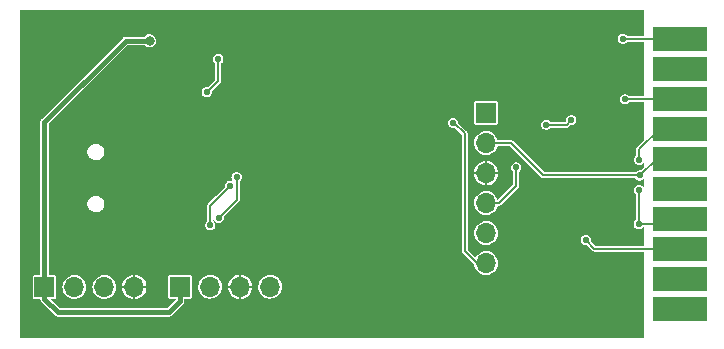
<source format=gbr>
%TF.GenerationSoftware,KiCad,Pcbnew,(6.0.7)*%
%TF.CreationDate,2022-09-01T12:01:24+02:00*%
%TF.ProjectId,bmp2,626d7032-2e6b-4696-9361-645f70636258,rev?*%
%TF.SameCoordinates,Original*%
%TF.FileFunction,Copper,L2,Bot*%
%TF.FilePolarity,Positive*%
%FSLAX46Y46*%
G04 Gerber Fmt 4.6, Leading zero omitted, Abs format (unit mm)*
G04 Created by KiCad (PCBNEW (6.0.7)) date 2022-09-01 12:01:24*
%MOMM*%
%LPD*%
G01*
G04 APERTURE LIST*
%TA.AperFunction,SMDPad,CuDef*%
%ADD10R,4.572000X2.033000*%
%TD*%
%TA.AperFunction,ComponentPad*%
%ADD11R,1.700000X1.700000*%
%TD*%
%TA.AperFunction,ComponentPad*%
%ADD12O,1.700000X1.700000*%
%TD*%
%TA.AperFunction,ViaPad*%
%ADD13C,0.800000*%
%TD*%
%TA.AperFunction,ViaPad*%
%ADD14C,0.558800*%
%TD*%
%TA.AperFunction,Conductor*%
%ADD15C,0.400000*%
%TD*%
%TA.AperFunction,Conductor*%
%ADD16C,0.200000*%
%TD*%
G04 APERTURE END LIST*
D10*
%TO.P,J6,1,Pin_1*%
%TO.N,/TPWR*%
X156075000Y-22560000D03*
%TO.P,J6,3,Pin_3*%
%TO.N,/TRST*%
X156075000Y-25100000D03*
%TO.P,J6,5,Pin_5*%
%TO.N,/TDI*%
X156075000Y-27640000D03*
%TO.P,J6,7,Pin_7*%
%TO.N,/TMS*%
X156075000Y-30180000D03*
%TO.P,J6,9,Pin_9*%
%TO.N,/TCK*%
X156075000Y-32720000D03*
%TO.P,J6,11,Pin_11*%
%TO.N,unconnected-(J6-Pad11)*%
X156075000Y-35260000D03*
%TO.P,J6,13,Pin_13*%
%TO.N,/TDO*%
X156075000Y-37800000D03*
%TO.P,J6,15,Pin_15*%
%TO.N,/RST*%
X156075000Y-40340000D03*
%TO.P,J6,17,Pin_17*%
%TO.N,unconnected-(J6-Pad17)*%
X156075000Y-42880000D03*
%TO.P,J6,19,Pin_19*%
%TO.N,unconnected-(J6-Pad19)*%
X156075000Y-45420000D03*
%TD*%
D11*
%TO.P,J5,1,Pin_1*%
%TO.N,/TPWR*%
X139650000Y-28875000D03*
D12*
%TO.P,J5,2,Pin_2*%
%TO.N,/TCK*%
X139650000Y-31415000D03*
%TO.P,J5,3,Pin_3*%
%TO.N,GND*%
X139650000Y-33955000D03*
%TO.P,J5,4,Pin_4*%
%TO.N,/TMS*%
X139650000Y-36495000D03*
%TO.P,J5,5,Pin_5*%
%TO.N,/RST*%
X139650000Y-39035000D03*
%TO.P,J5,6,Pin_6*%
%TO.N,/TDO*%
X139650000Y-41575000D03*
%TD*%
D11*
%TO.P,J4,1,Pin_1*%
%TO.N,+3V3*%
X113745000Y-43575000D03*
D12*
%TO.P,J4,2,Pin_2*%
%TO.N,/SWCLK*%
X116285000Y-43575000D03*
%TO.P,J4,3,Pin_3*%
%TO.N,GND*%
X118825000Y-43575000D03*
%TO.P,J4,4,Pin_4*%
%TO.N,/SWDIO*%
X121365000Y-43575000D03*
%TD*%
D11*
%TO.P,J1,1,Pin_1*%
%TO.N,+3V3*%
X102250000Y-43600000D03*
D12*
%TO.P,J1,2,Pin_2*%
%TO.N,/TXD*%
X104790000Y-43600000D03*
%TO.P,J1,3,Pin_3*%
%TO.N,/RXD*%
X107330000Y-43600000D03*
%TO.P,J1,4,Pin_4*%
%TO.N,GND*%
X109870000Y-43600000D03*
%TD*%
D13*
%TO.N,GND*%
X143500000Y-35425000D03*
D14*
X122550000Y-36300000D03*
D13*
X112525000Y-37800000D03*
X101500000Y-27425000D03*
D14*
%TO.N,/TMS*%
X144750000Y-29850000D03*
X142200000Y-33475000D03*
%TO.N,/TDO*%
X136850000Y-29700000D03*
%TO.N,/RST*%
X148082500Y-39607500D03*
%TO.N,/TDI*%
X151400000Y-27700000D03*
D13*
%TO.N,+3V3*%
X111150000Y-22750000D03*
%TO.N,GND*%
X112500000Y-30200000D03*
D14*
%TO.N,/TMS*%
X146850000Y-29475000D03*
%TO.N,/TDO*%
X152575000Y-38275000D03*
%TO.N,GND*%
X123900000Y-32825000D03*
D13*
X125800000Y-42275000D03*
D14*
%TO.N,Net-(R10-Pad1)*%
X116000000Y-27100000D03*
%TO.N,/TXD*%
X118525000Y-34300000D03*
%TO.N,/RXD*%
X117975000Y-35025000D03*
%TO.N,/TXD*%
X117000000Y-37725000D03*
%TO.N,/RXD*%
X116300000Y-38375000D03*
%TO.N,GND*%
X111200000Y-25475000D03*
X116600000Y-28050000D03*
X127625000Y-34675000D03*
X136487500Y-37612500D03*
%TO.N,/TDO*%
X152625000Y-35400000D03*
%TO.N,/TCK*%
X152650000Y-34150000D03*
%TO.N,/TMS*%
X152600000Y-32825000D03*
%TO.N,GND*%
X152125000Y-45450000D03*
%TO.N,/TPWR*%
X151215000Y-22560000D03*
%TO.N,GND*%
X133625000Y-26100000D03*
X118512500Y-20962500D03*
%TO.N,Net-(R10-Pad1)*%
X116975000Y-24300000D03*
%TD*%
D15*
%TO.N,+3V3*%
X112800000Y-45750000D02*
X113745000Y-44805000D01*
X103425000Y-45750000D02*
X112800000Y-45750000D01*
X113745000Y-44805000D02*
X113745000Y-43575000D01*
X102250000Y-44575000D02*
X103425000Y-45750000D01*
X102250000Y-43600000D02*
X102250000Y-44575000D01*
D16*
%TO.N,/TCK*%
X141765000Y-31415000D02*
X144500000Y-34150000D01*
X144500000Y-34150000D02*
X152650000Y-34150000D01*
X139650000Y-31415000D02*
X141765000Y-31415000D01*
%TO.N,/TMS*%
X146475000Y-29850000D02*
X146850000Y-29475000D01*
X144750000Y-29850000D02*
X146475000Y-29850000D01*
X142200000Y-35000000D02*
X142200000Y-33475000D01*
X142150000Y-35050000D02*
X142200000Y-35000000D01*
X140705000Y-36495000D02*
X142150000Y-35050000D01*
X139650000Y-36495000D02*
X140705000Y-36495000D01*
%TO.N,/TDO*%
X136950000Y-29700000D02*
X137825000Y-30575000D01*
X137825000Y-30575000D02*
X137825000Y-40525000D01*
X137825000Y-40525000D02*
X138875000Y-41575000D01*
X136850000Y-29700000D02*
X136950000Y-29700000D01*
X138875000Y-41575000D02*
X139650000Y-41575000D01*
%TO.N,/TXD*%
X118525000Y-36200000D02*
X118525000Y-34300000D01*
X117000000Y-37725000D02*
X118525000Y-36200000D01*
%TO.N,/RXD*%
X117975000Y-35025000D02*
X116300000Y-36700000D01*
X116300000Y-36700000D02*
X116300000Y-38375000D01*
%TO.N,Net-(R10-Pad1)*%
X116975000Y-26125000D02*
X116975000Y-24300000D01*
X116000000Y-27100000D02*
X116975000Y-26125000D01*
%TO.N,/RST*%
X148815000Y-40340000D02*
X156075000Y-40340000D01*
X148082500Y-39607500D02*
X148815000Y-40340000D01*
%TO.N,/TDO*%
X155600000Y-38275000D02*
X156075000Y-37800000D01*
X152575000Y-38275000D02*
X155600000Y-38275000D01*
X152575000Y-35450000D02*
X152575000Y-38275000D01*
X152625000Y-35400000D02*
X152575000Y-35450000D01*
%TO.N,/TCK*%
X152650000Y-34150000D02*
X154080000Y-32720000D01*
X154080000Y-32720000D02*
X156075000Y-32720000D01*
%TO.N,/TMS*%
X152600000Y-31925000D02*
X152600000Y-32825000D01*
X154345000Y-30180000D02*
X152600000Y-31925000D01*
X156075000Y-30180000D02*
X154345000Y-30180000D01*
%TO.N,/TDI*%
X151460000Y-27640000D02*
X151400000Y-27700000D01*
X156075000Y-27640000D02*
X151460000Y-27640000D01*
%TO.N,/TPWR*%
X156075000Y-22560000D02*
X151215000Y-22560000D01*
D15*
%TO.N,+3V3*%
X109125000Y-22750000D02*
X111150000Y-22750000D01*
X108800000Y-23075000D02*
X109125000Y-22750000D01*
X102250000Y-29625000D02*
X108800000Y-23075000D01*
X102250000Y-43600000D02*
X102250000Y-29625000D01*
%TD*%
%TA.AperFunction,Conductor*%
%TO.N,GND*%
G36*
X153013685Y-20161906D02*
G01*
X153022690Y-20183676D01*
X153020930Y-22160722D01*
X153020827Y-22276377D01*
X153011801Y-22298113D01*
X152990077Y-22307100D01*
X151581870Y-22307100D01*
X151558575Y-22296422D01*
X151503538Y-22232548D01*
X151502105Y-22230885D01*
X151500267Y-22229693D01*
X151500265Y-22229692D01*
X151400032Y-22164724D01*
X151400030Y-22164723D01*
X151398194Y-22163533D01*
X151331354Y-22143543D01*
X151281656Y-22128680D01*
X151281654Y-22128680D01*
X151279555Y-22128052D01*
X151218093Y-22127677D01*
X151157923Y-22127309D01*
X151157920Y-22127309D01*
X151155727Y-22127296D01*
X151036664Y-22161324D01*
X150987524Y-22192329D01*
X150933789Y-22226233D01*
X150933787Y-22226235D01*
X150931937Y-22227402D01*
X150849965Y-22320217D01*
X150849032Y-22322203D01*
X150849032Y-22322204D01*
X150798269Y-22430326D01*
X150798268Y-22430329D01*
X150797339Y-22432308D01*
X150797002Y-22434470D01*
X150797002Y-22434471D01*
X150785830Y-22506227D01*
X150778288Y-22554664D01*
X150794344Y-22677449D01*
X150844216Y-22790793D01*
X150845622Y-22792465D01*
X150845624Y-22792469D01*
X150870369Y-22821906D01*
X150923895Y-22885583D01*
X150925722Y-22886799D01*
X150925724Y-22886801D01*
X150941309Y-22897175D01*
X151026976Y-22954200D01*
X151029068Y-22954854D01*
X151029069Y-22954854D01*
X151048181Y-22960825D01*
X151145173Y-22991127D01*
X151188728Y-22991925D01*
X151266793Y-22993356D01*
X151266794Y-22993356D01*
X151268982Y-22993396D01*
X151271094Y-22992820D01*
X151271096Y-22992820D01*
X151312155Y-22981626D01*
X151388452Y-22960825D01*
X151390314Y-22959682D01*
X151390318Y-22959680D01*
X151492116Y-22897175D01*
X151492117Y-22897175D01*
X151493979Y-22896031D01*
X151560071Y-22823014D01*
X151582869Y-22812900D01*
X152989572Y-22812900D01*
X153011316Y-22821906D01*
X153020322Y-22843677D01*
X153019926Y-23287897D01*
X153016303Y-27356377D01*
X153007277Y-27378113D01*
X152985553Y-27387100D01*
X151715172Y-27387100D01*
X151691877Y-27376423D01*
X151688536Y-27372546D01*
X151687105Y-27370885D01*
X151685267Y-27369693D01*
X151685265Y-27369692D01*
X151585032Y-27304724D01*
X151585030Y-27304723D01*
X151583194Y-27303533D01*
X151516354Y-27283543D01*
X151466656Y-27268680D01*
X151466654Y-27268680D01*
X151464555Y-27268052D01*
X151403093Y-27267677D01*
X151342923Y-27267309D01*
X151342920Y-27267309D01*
X151340727Y-27267296D01*
X151221664Y-27301324D01*
X151178135Y-27328789D01*
X151118789Y-27366233D01*
X151118787Y-27366235D01*
X151116937Y-27367402D01*
X151034965Y-27460217D01*
X151034032Y-27462203D01*
X151034032Y-27462204D01*
X150983269Y-27570326D01*
X150983268Y-27570329D01*
X150982339Y-27572308D01*
X150963288Y-27694664D01*
X150979344Y-27817449D01*
X151008034Y-27882653D01*
X151016506Y-27901906D01*
X151029216Y-27930793D01*
X151030622Y-27932465D01*
X151030624Y-27932469D01*
X151094501Y-28008459D01*
X151108895Y-28025583D01*
X151110722Y-28026799D01*
X151110724Y-28026801D01*
X151126309Y-28037175D01*
X151211976Y-28094200D01*
X151214068Y-28094854D01*
X151214069Y-28094854D01*
X151233181Y-28100825D01*
X151330173Y-28131127D01*
X151373728Y-28131925D01*
X151451793Y-28133356D01*
X151451794Y-28133356D01*
X151453982Y-28133396D01*
X151456094Y-28132820D01*
X151456096Y-28132820D01*
X151497155Y-28121626D01*
X151573452Y-28100825D01*
X151575314Y-28099682D01*
X151575318Y-28099680D01*
X151677116Y-28037175D01*
X151677117Y-28037175D01*
X151678979Y-28036031D01*
X151740275Y-27968313D01*
X151760613Y-27945844D01*
X151760614Y-27945842D01*
X151762078Y-27944225D01*
X151772035Y-27923675D01*
X151778543Y-27910242D01*
X151796129Y-27894602D01*
X151806216Y-27892900D01*
X152985049Y-27892900D01*
X153006793Y-27901906D01*
X153015798Y-27923675D01*
X153014570Y-29302906D01*
X153012932Y-31141702D01*
X153003926Y-31163419D01*
X152440927Y-31726418D01*
X152436267Y-31730242D01*
X152417669Y-31742669D01*
X152415986Y-31745188D01*
X152403560Y-31763785D01*
X152403558Y-31763787D01*
X152387839Y-31787313D01*
X152361773Y-31826323D01*
X152342145Y-31925000D01*
X152342736Y-31927971D01*
X152346509Y-31946940D01*
X152347100Y-31952939D01*
X152347100Y-32456414D01*
X152338094Y-32478158D01*
X152332758Y-32482420D01*
X152316937Y-32492402D01*
X152315491Y-32494039D01*
X152315489Y-32494041D01*
X152276958Y-32537669D01*
X152234965Y-32585217D01*
X152234032Y-32587203D01*
X152234032Y-32587204D01*
X152183269Y-32695326D01*
X152183268Y-32695329D01*
X152182339Y-32697308D01*
X152182002Y-32699470D01*
X152182002Y-32699471D01*
X152166194Y-32801001D01*
X152163288Y-32819664D01*
X152172615Y-32890993D01*
X152178007Y-32932222D01*
X152179344Y-32942449D01*
X152206595Y-33004382D01*
X152223543Y-33042899D01*
X152229216Y-33055793D01*
X152230622Y-33057465D01*
X152230624Y-33057469D01*
X152302018Y-33142402D01*
X152308895Y-33150583D01*
X152310722Y-33151799D01*
X152310724Y-33151801D01*
X152326309Y-33162175D01*
X152411976Y-33219200D01*
X152414068Y-33219854D01*
X152414069Y-33219854D01*
X152469604Y-33237204D01*
X152530173Y-33256127D01*
X152573728Y-33256925D01*
X152651793Y-33258356D01*
X152651794Y-33258356D01*
X152653982Y-33258396D01*
X152656094Y-33257820D01*
X152656096Y-33257820D01*
X152715252Y-33241692D01*
X152773452Y-33225825D01*
X152775314Y-33224682D01*
X152775318Y-33224680D01*
X152877116Y-33162175D01*
X152877117Y-33162175D01*
X152878979Y-33161031D01*
X152933842Y-33100420D01*
X152957646Y-33074122D01*
X152978915Y-33064046D01*
X153001080Y-33071960D01*
X153011194Y-33094784D01*
X153011048Y-33258356D01*
X153010905Y-33418729D01*
X153001899Y-33440446D01*
X152733317Y-33709028D01*
X152711386Y-33718033D01*
X152656319Y-33717696D01*
X152592923Y-33717309D01*
X152592920Y-33717309D01*
X152590727Y-33717296D01*
X152471664Y-33751324D01*
X152468818Y-33753120D01*
X152368789Y-33816233D01*
X152368787Y-33816235D01*
X152366937Y-33817402D01*
X152322205Y-33868052D01*
X152305731Y-33886705D01*
X152282683Y-33897100D01*
X144617493Y-33897100D01*
X144595749Y-33888094D01*
X141963582Y-31255927D01*
X141959758Y-31251267D01*
X141949015Y-31235189D01*
X141949014Y-31235188D01*
X141947331Y-31232669D01*
X141926214Y-31218559D01*
X141926213Y-31218558D01*
X141908876Y-31206974D01*
X141866195Y-31178455D01*
X141866193Y-31178454D01*
X141863677Y-31176773D01*
X141765000Y-31157145D01*
X141762029Y-31157736D01*
X141743060Y-31161509D01*
X141737061Y-31162100D01*
X140644140Y-31162100D01*
X140622396Y-31153094D01*
X140614702Y-31140238D01*
X140582146Y-31032407D01*
X140581714Y-31030975D01*
X140489379Y-30857318D01*
X140437130Y-30793255D01*
X140366022Y-30706067D01*
X140366018Y-30706063D01*
X140365072Y-30704903D01*
X140241819Y-30602939D01*
X140214690Y-30580496D01*
X140214688Y-30580495D01*
X140213528Y-30579535D01*
X140040520Y-30485990D01*
X139852637Y-30427830D01*
X139657035Y-30407272D01*
X139655540Y-30407408D01*
X139655538Y-30407408D01*
X139462668Y-30424960D01*
X139462665Y-30424961D01*
X139461166Y-30425097D01*
X139272489Y-30480628D01*
X139271160Y-30481323D01*
X139271157Y-30481324D01*
X139172522Y-30532889D01*
X139098192Y-30571748D01*
X139097027Y-30572685D01*
X139097025Y-30572686D01*
X138946078Y-30694050D01*
X138946075Y-30694053D01*
X138944912Y-30694988D01*
X138943952Y-30696132D01*
X138943950Y-30696134D01*
X138829676Y-30832321D01*
X138818489Y-30845653D01*
X138723739Y-31018004D01*
X138664269Y-31205476D01*
X138642345Y-31400930D01*
X138642471Y-31402431D01*
X138649953Y-31491524D01*
X138658803Y-31596919D01*
X138680090Y-31671155D01*
X138709087Y-31772279D01*
X138713015Y-31785979D01*
X138802916Y-31960908D01*
X138803850Y-31962086D01*
X138803851Y-31962088D01*
X138924151Y-32113869D01*
X138924155Y-32113873D01*
X138925083Y-32115044D01*
X139074862Y-32242516D01*
X139076168Y-32243246D01*
X139076171Y-32243248D01*
X139245233Y-32337733D01*
X139245236Y-32337734D01*
X139246547Y-32338467D01*
X139433600Y-32399244D01*
X139542794Y-32412265D01*
X139627407Y-32422355D01*
X139627411Y-32422355D01*
X139628895Y-32422532D01*
X139630390Y-32422417D01*
X139630393Y-32422417D01*
X139823490Y-32407559D01*
X139823493Y-32407559D01*
X139824994Y-32407443D01*
X139826442Y-32407039D01*
X139826446Y-32407038D01*
X139935374Y-32376624D01*
X140014428Y-32354552D01*
X140189981Y-32265874D01*
X140344966Y-32144786D01*
X140387295Y-32095748D01*
X140472501Y-31997035D01*
X140473480Y-31995901D01*
X140513758Y-31925000D01*
X140569886Y-31826196D01*
X140570628Y-31824890D01*
X140571103Y-31823463D01*
X140615852Y-31688944D01*
X140631262Y-31671155D01*
X140645030Y-31667900D01*
X141647507Y-31667900D01*
X141669251Y-31676906D01*
X144301418Y-34309073D01*
X144305242Y-34313733D01*
X144317669Y-34332331D01*
X144320188Y-34334014D01*
X144338786Y-34346441D01*
X144338787Y-34346442D01*
X144390197Y-34380793D01*
X144398805Y-34386545D01*
X144398807Y-34386546D01*
X144401323Y-34388227D01*
X144468921Y-34401673D01*
X144500000Y-34407855D01*
X144502971Y-34407264D01*
X144521940Y-34403491D01*
X144527939Y-34402900D01*
X152283476Y-34402900D01*
X152305220Y-34411906D01*
X152307015Y-34413864D01*
X152351696Y-34467019D01*
X152358895Y-34475583D01*
X152360722Y-34476799D01*
X152360724Y-34476801D01*
X152441835Y-34530793D01*
X152461976Y-34544200D01*
X152464068Y-34544854D01*
X152464069Y-34544854D01*
X152483181Y-34550825D01*
X152580173Y-34581127D01*
X152623728Y-34581925D01*
X152701793Y-34583356D01*
X152701794Y-34583356D01*
X152703982Y-34583396D01*
X152706094Y-34582820D01*
X152706096Y-34582820D01*
X152747155Y-34571626D01*
X152823452Y-34550825D01*
X152825314Y-34549682D01*
X152825318Y-34549680D01*
X152927116Y-34487175D01*
X152927117Y-34487175D01*
X152928979Y-34486031D01*
X152930446Y-34484410D01*
X152930450Y-34484407D01*
X152956417Y-34455720D01*
X152977686Y-34445644D01*
X152999850Y-34453559D01*
X153009963Y-34476382D01*
X153009571Y-34917533D01*
X153009407Y-35101042D01*
X153000381Y-35122778D01*
X152978630Y-35131765D01*
X152955362Y-35121087D01*
X152913538Y-35072548D01*
X152912105Y-35070885D01*
X152910267Y-35069693D01*
X152910265Y-35069692D01*
X152810032Y-35004724D01*
X152810030Y-35004723D01*
X152808194Y-35003533D01*
X152741354Y-34983543D01*
X152691656Y-34968680D01*
X152691654Y-34968680D01*
X152689555Y-34968052D01*
X152628093Y-34967677D01*
X152567923Y-34967309D01*
X152567920Y-34967309D01*
X152565727Y-34967296D01*
X152563617Y-34967899D01*
X152451297Y-35000000D01*
X152446664Y-35001324D01*
X152417597Y-35019664D01*
X152343789Y-35066233D01*
X152343787Y-35066235D01*
X152341937Y-35067402D01*
X152259965Y-35160217D01*
X152259032Y-35162203D01*
X152259032Y-35162204D01*
X152208269Y-35270326D01*
X152208268Y-35270329D01*
X152207339Y-35272308D01*
X152207002Y-35274470D01*
X152207002Y-35274471D01*
X152193525Y-35361031D01*
X152188288Y-35394664D01*
X152192213Y-35424679D01*
X152203066Y-35507673D01*
X152204344Y-35517449D01*
X152254216Y-35630793D01*
X152293177Y-35677142D01*
X152314889Y-35702972D01*
X152322100Y-35722758D01*
X152322100Y-37906414D01*
X152313094Y-37928158D01*
X152307758Y-37932420D01*
X152291937Y-37942402D01*
X152290491Y-37944039D01*
X152290489Y-37944041D01*
X152248683Y-37991377D01*
X152209965Y-38035217D01*
X152209032Y-38037203D01*
X152209032Y-38037204D01*
X152158269Y-38145326D01*
X152158268Y-38145329D01*
X152157339Y-38147308D01*
X152157002Y-38149470D01*
X152157002Y-38149471D01*
X152140635Y-38254593D01*
X152138288Y-38269664D01*
X152138573Y-38271840D01*
X152153458Y-38385671D01*
X152154344Y-38392449D01*
X152186048Y-38464503D01*
X152198345Y-38492449D01*
X152204216Y-38505793D01*
X152205622Y-38507465D01*
X152205624Y-38507469D01*
X152280432Y-38596463D01*
X152283895Y-38600583D01*
X152285722Y-38601799D01*
X152285724Y-38601801D01*
X152340111Y-38638004D01*
X152386976Y-38669200D01*
X152389068Y-38669854D01*
X152389069Y-38669854D01*
X152408181Y-38675825D01*
X152505173Y-38706127D01*
X152548728Y-38706925D01*
X152626793Y-38708356D01*
X152626794Y-38708356D01*
X152628982Y-38708396D01*
X152631094Y-38707820D01*
X152631096Y-38707820D01*
X152672155Y-38696626D01*
X152748452Y-38675825D01*
X152750314Y-38674682D01*
X152750318Y-38674680D01*
X152852116Y-38612175D01*
X152852117Y-38612175D01*
X152853979Y-38611031D01*
X152920071Y-38538014D01*
X152942869Y-38527900D01*
X152975579Y-38527900D01*
X152997323Y-38536906D01*
X153006328Y-38558675D01*
X153005686Y-39280048D01*
X153004994Y-40056377D01*
X152995968Y-40078113D01*
X152974244Y-40087100D01*
X148932493Y-40087100D01*
X148910749Y-40078094D01*
X148520491Y-39687836D01*
X148511485Y-39666092D01*
X148511911Y-39660990D01*
X148518918Y-39619339D01*
X148519115Y-39618171D01*
X148519245Y-39607500D01*
X148518793Y-39604340D01*
X148502001Y-39487093D01*
X148501690Y-39484920D01*
X148450437Y-39372195D01*
X148369605Y-39278385D01*
X148367767Y-39277193D01*
X148367765Y-39277192D01*
X148267532Y-39212224D01*
X148267530Y-39212223D01*
X148265694Y-39211033D01*
X148198854Y-39191043D01*
X148149156Y-39176180D01*
X148149154Y-39176180D01*
X148147055Y-39175552D01*
X148085593Y-39175177D01*
X148025423Y-39174809D01*
X148025420Y-39174809D01*
X148023227Y-39174796D01*
X147904164Y-39208824D01*
X147851801Y-39241863D01*
X147801289Y-39273733D01*
X147801287Y-39273735D01*
X147799437Y-39274902D01*
X147717465Y-39367717D01*
X147716532Y-39369703D01*
X147716532Y-39369704D01*
X147665769Y-39477826D01*
X147665768Y-39477829D01*
X147664839Y-39479808D01*
X147664502Y-39481970D01*
X147664502Y-39481971D01*
X147648914Y-39582088D01*
X147645788Y-39602164D01*
X147661844Y-39724949D01*
X147711716Y-39838293D01*
X147713122Y-39839965D01*
X147713124Y-39839969D01*
X147752284Y-39886555D01*
X147791395Y-39933083D01*
X147793222Y-39934299D01*
X147793224Y-39934301D01*
X147853692Y-39974552D01*
X147894476Y-40001700D01*
X147896568Y-40002354D01*
X147896569Y-40002354D01*
X147976875Y-40027443D01*
X148012673Y-40038627D01*
X148060949Y-40039512D01*
X148134294Y-40040856D01*
X148134295Y-40040856D01*
X148136482Y-40040896D01*
X148138593Y-40040320D01*
X148140636Y-40040066D01*
X148163326Y-40046316D01*
X148166181Y-40048836D01*
X148616418Y-40499073D01*
X148620242Y-40503733D01*
X148632669Y-40522331D01*
X148641110Y-40527971D01*
X148653786Y-40536441D01*
X148653787Y-40536442D01*
X148673945Y-40549911D01*
X148713805Y-40576545D01*
X148713807Y-40576546D01*
X148716323Y-40578227D01*
X148764601Y-40587830D01*
X148815000Y-40597855D01*
X148817971Y-40597264D01*
X148836939Y-40593491D01*
X148842938Y-40592900D01*
X152973740Y-40592900D01*
X152995484Y-40601906D01*
X153004489Y-40623676D01*
X153001475Y-44008463D01*
X152998003Y-47907377D01*
X152988977Y-47929113D01*
X152967253Y-47938100D01*
X100183650Y-47938100D01*
X100161906Y-47929094D01*
X100152900Y-47907350D01*
X100152900Y-42734943D01*
X101247100Y-42734943D01*
X101247101Y-44465056D01*
X101247396Y-44466537D01*
X101247396Y-44466541D01*
X101255381Y-44506687D01*
X101255972Y-44509658D01*
X101257653Y-44512173D01*
X101257653Y-44512174D01*
X101263633Y-44521123D01*
X101289766Y-44560234D01*
X101340342Y-44594028D01*
X101343313Y-44594619D01*
X101383459Y-44602605D01*
X101383461Y-44602605D01*
X101384943Y-44602900D01*
X101870589Y-44602900D01*
X101892333Y-44611906D01*
X101901126Y-44630036D01*
X101906426Y-44674817D01*
X101907524Y-44677103D01*
X101907524Y-44677104D01*
X101908217Y-44678546D01*
X101910831Y-44686812D01*
X101911510Y-44690891D01*
X101930480Y-44726049D01*
X101935112Y-44734634D01*
X101935770Y-44735925D01*
X101957283Y-44780725D01*
X101960623Y-44784699D01*
X101961083Y-44785159D01*
X101961545Y-44785663D01*
X101961436Y-44785763D01*
X101966023Y-44791922D01*
X101967298Y-44794286D01*
X101969164Y-44796011D01*
X101969165Y-44796012D01*
X102005356Y-44829466D01*
X102006227Y-44830303D01*
X103146511Y-45970587D01*
X103150600Y-45975651D01*
X103160375Y-45990790D01*
X103162373Y-45992365D01*
X103188893Y-46013272D01*
X103191600Y-46015676D01*
X103196193Y-46020269D01*
X103197223Y-46021005D01*
X103197230Y-46021011D01*
X103212454Y-46031890D01*
X103213611Y-46032758D01*
X103252638Y-46063525D01*
X103255035Y-46064367D01*
X103255037Y-46064368D01*
X103256549Y-46064899D01*
X103264231Y-46068890D01*
X103265497Y-46069794D01*
X103267599Y-46071296D01*
X103270030Y-46072023D01*
X103315228Y-46085541D01*
X103316605Y-46085989D01*
X103338205Y-46093574D01*
X103363487Y-46102452D01*
X103365413Y-46102619D01*
X103365414Y-46102619D01*
X103367997Y-46102843D01*
X103368005Y-46102843D01*
X103368659Y-46102900D01*
X103369318Y-46102900D01*
X103369990Y-46102929D01*
X103369984Y-46103077D01*
X103377583Y-46104189D01*
X103380158Y-46104959D01*
X103431946Y-46102924D01*
X103433153Y-46102900D01*
X112759055Y-46102900D01*
X112765527Y-46103589D01*
X112780659Y-46106847D01*
X112780661Y-46106847D01*
X112783146Y-46107382D01*
X112819217Y-46103113D01*
X112822831Y-46102900D01*
X112829318Y-46102900D01*
X112830565Y-46102692D01*
X112830570Y-46102692D01*
X112843255Y-46100580D01*
X112849042Y-46099617D01*
X112850461Y-46099415D01*
X112899817Y-46093574D01*
X112903548Y-46091782D01*
X112911812Y-46089169D01*
X112915891Y-46088490D01*
X112956930Y-46066347D01*
X112959634Y-46064888D01*
X112960925Y-46064230D01*
X113003987Y-46043552D01*
X113003990Y-46043550D01*
X113005725Y-46042717D01*
X113009699Y-46039377D01*
X113010159Y-46038917D01*
X113010663Y-46038455D01*
X113010763Y-46038564D01*
X113016922Y-46033977D01*
X113019286Y-46032702D01*
X113035025Y-46015676D01*
X113054466Y-45994644D01*
X113055303Y-45993773D01*
X113965587Y-45083489D01*
X113970651Y-45079400D01*
X113983654Y-45071004D01*
X113985790Y-45069625D01*
X114008273Y-45041106D01*
X114010676Y-45038400D01*
X114015269Y-45033807D01*
X114016005Y-45032777D01*
X114016011Y-45032770D01*
X114026890Y-45017546D01*
X114027760Y-45016387D01*
X114056950Y-44979360D01*
X114058525Y-44977362D01*
X114059899Y-44973451D01*
X114063890Y-44965769D01*
X114064819Y-44964468D01*
X114066296Y-44962401D01*
X114080541Y-44914772D01*
X114080989Y-44913395D01*
X114096811Y-44868338D01*
X114097452Y-44866513D01*
X114097900Y-44861341D01*
X114097900Y-44860682D01*
X114097929Y-44860010D01*
X114098077Y-44860016D01*
X114099189Y-44852417D01*
X114099230Y-44852279D01*
X114099959Y-44849842D01*
X114097924Y-44798054D01*
X114097900Y-44796847D01*
X114097900Y-44608649D01*
X114106906Y-44586905D01*
X114128650Y-44577899D01*
X114610056Y-44577899D01*
X114611537Y-44577604D01*
X114611541Y-44577604D01*
X114651688Y-44569619D01*
X114651689Y-44569618D01*
X114654658Y-44569028D01*
X114664379Y-44562533D01*
X114679598Y-44552363D01*
X114705234Y-44535234D01*
X114739028Y-44484658D01*
X114746519Y-44447001D01*
X114747605Y-44441541D01*
X114747605Y-44441539D01*
X114747900Y-44440057D01*
X114747899Y-43560930D01*
X115277345Y-43560930D01*
X115277471Y-43562431D01*
X115288058Y-43688500D01*
X115293803Y-43756919D01*
X115348015Y-43945979D01*
X115437916Y-44120908D01*
X115438850Y-44122086D01*
X115438851Y-44122088D01*
X115559151Y-44273869D01*
X115559155Y-44273873D01*
X115560083Y-44275044D01*
X115709862Y-44402516D01*
X115711168Y-44403246D01*
X115711171Y-44403248D01*
X115880233Y-44497733D01*
X115880236Y-44497734D01*
X115881547Y-44498467D01*
X116068600Y-44559244D01*
X116177794Y-44572265D01*
X116262407Y-44582355D01*
X116262411Y-44582355D01*
X116263895Y-44582532D01*
X116265390Y-44582417D01*
X116265393Y-44582417D01*
X116458490Y-44567559D01*
X116458493Y-44567559D01*
X116459994Y-44567443D01*
X116461442Y-44567039D01*
X116461446Y-44567038D01*
X116570995Y-44536451D01*
X116649428Y-44514552D01*
X116820281Y-44428248D01*
X116823633Y-44426555D01*
X116823634Y-44426555D01*
X116824981Y-44425874D01*
X116979966Y-44304786D01*
X116985074Y-44298869D01*
X117095452Y-44170994D01*
X117108480Y-44155901D01*
X117113487Y-44147088D01*
X117204886Y-43986196D01*
X117205628Y-43984890D01*
X117206847Y-43981227D01*
X117267237Y-43799689D01*
X117267238Y-43799685D01*
X117267710Y-43798266D01*
X117269965Y-43780421D01*
X117284092Y-43668586D01*
X117802200Y-43668586D01*
X117809859Y-43759792D01*
X117810399Y-43762733D01*
X117865085Y-43953450D01*
X117866185Y-43956227D01*
X117956873Y-44132688D01*
X117958496Y-44135206D01*
X118081732Y-44290691D01*
X118083807Y-44292838D01*
X118234899Y-44421429D01*
X118237350Y-44423133D01*
X118410538Y-44519924D01*
X118413283Y-44521123D01*
X118601973Y-44582432D01*
X118604888Y-44583073D01*
X118730426Y-44598043D01*
X118734933Y-44596776D01*
X118736500Y-44593984D01*
X118736500Y-44592153D01*
X118913500Y-44592153D01*
X118915025Y-44595835D01*
X118920212Y-44597754D01*
X119002696Y-44591407D01*
X119005652Y-44590886D01*
X119196737Y-44537533D01*
X119199527Y-44536451D01*
X119376609Y-44447001D01*
X119379146Y-44445391D01*
X119535482Y-44323248D01*
X119537646Y-44321188D01*
X119667289Y-44170994D01*
X119669009Y-44168556D01*
X119767009Y-43996046D01*
X119768226Y-43993313D01*
X119830851Y-43805054D01*
X119831512Y-43802145D01*
X119848260Y-43669568D01*
X119847025Y-43665053D01*
X119844303Y-43663500D01*
X118919617Y-43663500D01*
X118915292Y-43665292D01*
X118913500Y-43669617D01*
X118913500Y-44592153D01*
X118736500Y-44592153D01*
X118736500Y-43669617D01*
X118734708Y-43665292D01*
X118730383Y-43663500D01*
X117807890Y-43663500D01*
X117803565Y-43665292D01*
X117802200Y-43668586D01*
X117284092Y-43668586D01*
X117292254Y-43603977D01*
X117292360Y-43603138D01*
X117292753Y-43575000D01*
X117291521Y-43562431D01*
X117291374Y-43560930D01*
X120357345Y-43560930D01*
X120357471Y-43562431D01*
X120368058Y-43688500D01*
X120373803Y-43756919D01*
X120428015Y-43945979D01*
X120517916Y-44120908D01*
X120518850Y-44122086D01*
X120518851Y-44122088D01*
X120639151Y-44273869D01*
X120639155Y-44273873D01*
X120640083Y-44275044D01*
X120789862Y-44402516D01*
X120791168Y-44403246D01*
X120791171Y-44403248D01*
X120960233Y-44497733D01*
X120960236Y-44497734D01*
X120961547Y-44498467D01*
X121148600Y-44559244D01*
X121257794Y-44572265D01*
X121342407Y-44582355D01*
X121342411Y-44582355D01*
X121343895Y-44582532D01*
X121345390Y-44582417D01*
X121345393Y-44582417D01*
X121538490Y-44567559D01*
X121538493Y-44567559D01*
X121539994Y-44567443D01*
X121541442Y-44567039D01*
X121541446Y-44567038D01*
X121650995Y-44536451D01*
X121729428Y-44514552D01*
X121900281Y-44428248D01*
X121903633Y-44426555D01*
X121903634Y-44426555D01*
X121904981Y-44425874D01*
X122059966Y-44304786D01*
X122065074Y-44298869D01*
X122175452Y-44170994D01*
X122188480Y-44155901D01*
X122193487Y-44147088D01*
X122284886Y-43986196D01*
X122285628Y-43984890D01*
X122286847Y-43981227D01*
X122347237Y-43799689D01*
X122347238Y-43799685D01*
X122347710Y-43798266D01*
X122349965Y-43780421D01*
X122372254Y-43603977D01*
X122372360Y-43603138D01*
X122372753Y-43575000D01*
X122371521Y-43562431D01*
X122353708Y-43380756D01*
X122353707Y-43380753D01*
X122353561Y-43379260D01*
X122353129Y-43377829D01*
X122353128Y-43377824D01*
X122301908Y-43208179D01*
X122296714Y-43190975D01*
X122281428Y-43162226D01*
X122205085Y-43018645D01*
X122205083Y-43018642D01*
X122204379Y-43017318D01*
X122100462Y-42889903D01*
X122081022Y-42866067D01*
X122081018Y-42866063D01*
X122080072Y-42864903D01*
X122078913Y-42863944D01*
X121929690Y-42740496D01*
X121929688Y-42740495D01*
X121928528Y-42739535D01*
X121755520Y-42645990D01*
X121567637Y-42587830D01*
X121372035Y-42567272D01*
X121370540Y-42567408D01*
X121370538Y-42567408D01*
X121177668Y-42584960D01*
X121177665Y-42584961D01*
X121176166Y-42585097D01*
X120987489Y-42640628D01*
X120986160Y-42641323D01*
X120986157Y-42641324D01*
X120928042Y-42671706D01*
X120813192Y-42731748D01*
X120812027Y-42732685D01*
X120812025Y-42732686D01*
X120661078Y-42854050D01*
X120661075Y-42854053D01*
X120659912Y-42854988D01*
X120658952Y-42856132D01*
X120658950Y-42856134D01*
X120630615Y-42889903D01*
X120533489Y-43005653D01*
X120438739Y-43178004D01*
X120379269Y-43365476D01*
X120357345Y-43560930D01*
X117291374Y-43560930D01*
X117283480Y-43480421D01*
X117802125Y-43480421D01*
X117803423Y-43484919D01*
X117806288Y-43486500D01*
X118730383Y-43486500D01*
X118734708Y-43484708D01*
X118736500Y-43480383D01*
X118913500Y-43480383D01*
X118915292Y-43484708D01*
X118919617Y-43486500D01*
X119842174Y-43486500D01*
X119846499Y-43484708D01*
X119847806Y-43481554D01*
X119837462Y-43376052D01*
X119836882Y-43373120D01*
X119779535Y-43183179D01*
X119778400Y-43180425D01*
X119685255Y-43005244D01*
X119683600Y-43002753D01*
X119558205Y-42849003D01*
X119556096Y-42846880D01*
X119403232Y-42720420D01*
X119400742Y-42718741D01*
X119226228Y-42624382D01*
X119223468Y-42623222D01*
X119033943Y-42564554D01*
X119031011Y-42563952D01*
X118919581Y-42552240D01*
X118915095Y-42553569D01*
X118913500Y-42556507D01*
X118913500Y-43480383D01*
X118736500Y-43480383D01*
X118736500Y-42557883D01*
X118734708Y-42553558D01*
X118731485Y-42552222D01*
X118633130Y-42561173D01*
X118630184Y-42561735D01*
X118439860Y-42617751D01*
X118437086Y-42618871D01*
X118261260Y-42710791D01*
X118258765Y-42712423D01*
X118104135Y-42836748D01*
X118102007Y-42838832D01*
X117974473Y-42990822D01*
X117972783Y-42993291D01*
X117877206Y-43167145D01*
X117876027Y-43169895D01*
X117816037Y-43359008D01*
X117815414Y-43361940D01*
X117802125Y-43480421D01*
X117283480Y-43480421D01*
X117273708Y-43380756D01*
X117273707Y-43380753D01*
X117273561Y-43379260D01*
X117273129Y-43377829D01*
X117273128Y-43377824D01*
X117221908Y-43208179D01*
X117216714Y-43190975D01*
X117201428Y-43162226D01*
X117125085Y-43018645D01*
X117125083Y-43018642D01*
X117124379Y-43017318D01*
X117020462Y-42889903D01*
X117001022Y-42866067D01*
X117001018Y-42866063D01*
X117000072Y-42864903D01*
X116998913Y-42863944D01*
X116849690Y-42740496D01*
X116849688Y-42740495D01*
X116848528Y-42739535D01*
X116675520Y-42645990D01*
X116487637Y-42587830D01*
X116292035Y-42567272D01*
X116290540Y-42567408D01*
X116290538Y-42567408D01*
X116097668Y-42584960D01*
X116097665Y-42584961D01*
X116096166Y-42585097D01*
X115907489Y-42640628D01*
X115906160Y-42641323D01*
X115906157Y-42641324D01*
X115848042Y-42671706D01*
X115733192Y-42731748D01*
X115732027Y-42732685D01*
X115732025Y-42732686D01*
X115581078Y-42854050D01*
X115581075Y-42854053D01*
X115579912Y-42854988D01*
X115578952Y-42856132D01*
X115578950Y-42856134D01*
X115550615Y-42889903D01*
X115453489Y-43005653D01*
X115358739Y-43178004D01*
X115299269Y-43365476D01*
X115277345Y-43560930D01*
X114747899Y-43560930D01*
X114747899Y-42709944D01*
X114744592Y-42693313D01*
X114739619Y-42668312D01*
X114739618Y-42668311D01*
X114739028Y-42665342D01*
X114705234Y-42614766D01*
X114654658Y-42580972D01*
X114642578Y-42578569D01*
X114611541Y-42572395D01*
X114611539Y-42572395D01*
X114610057Y-42572100D01*
X114608544Y-42572100D01*
X113745001Y-42572101D01*
X112879944Y-42572101D01*
X112878463Y-42572396D01*
X112878459Y-42572396D01*
X112838312Y-42580381D01*
X112838311Y-42580382D01*
X112835342Y-42580972D01*
X112832827Y-42582653D01*
X112832826Y-42582653D01*
X112828532Y-42585522D01*
X112784766Y-42614766D01*
X112750972Y-42665342D01*
X112750381Y-42668312D01*
X112750381Y-42668313D01*
X112749849Y-42670990D01*
X112742100Y-42709943D01*
X112742101Y-44440056D01*
X112742396Y-44441537D01*
X112742396Y-44441541D01*
X112750381Y-44481687D01*
X112750972Y-44484658D01*
X112784766Y-44535234D01*
X112835342Y-44569028D01*
X112838313Y-44569619D01*
X112878459Y-44577605D01*
X112878461Y-44577605D01*
X112879943Y-44577900D01*
X113361350Y-44577900D01*
X113383094Y-44586906D01*
X113392100Y-44608650D01*
X113392100Y-44646086D01*
X113383094Y-44667830D01*
X112662830Y-45388094D01*
X112641086Y-45397100D01*
X103583914Y-45397100D01*
X103562170Y-45388094D01*
X102829469Y-44655393D01*
X102820463Y-44633649D01*
X102829469Y-44611905D01*
X102851213Y-44602899D01*
X103115056Y-44602899D01*
X103116537Y-44602604D01*
X103116541Y-44602604D01*
X103156688Y-44594619D01*
X103156689Y-44594618D01*
X103159658Y-44594028D01*
X103164361Y-44590886D01*
X103207715Y-44561917D01*
X103210234Y-44560234D01*
X103244028Y-44509658D01*
X103252900Y-44465057D01*
X103252899Y-43585930D01*
X103782345Y-43585930D01*
X103782471Y-43587431D01*
X103796704Y-43756919D01*
X103798803Y-43781919D01*
X103825909Y-43876449D01*
X103847989Y-43953450D01*
X103853015Y-43970979D01*
X103942916Y-44145908D01*
X103943850Y-44147086D01*
X103943851Y-44147088D01*
X104064151Y-44298869D01*
X104064155Y-44298873D01*
X104065083Y-44300044D01*
X104214862Y-44427516D01*
X104216168Y-44428246D01*
X104216171Y-44428248D01*
X104385233Y-44522733D01*
X104385236Y-44522734D01*
X104386547Y-44523467D01*
X104573600Y-44584244D01*
X104682794Y-44597265D01*
X104767407Y-44607355D01*
X104767411Y-44607355D01*
X104768895Y-44607532D01*
X104770390Y-44607417D01*
X104770393Y-44607417D01*
X104963490Y-44592559D01*
X104963493Y-44592559D01*
X104964994Y-44592443D01*
X104966442Y-44592039D01*
X104966446Y-44592038D01*
X105075995Y-44561451D01*
X105154428Y-44539552D01*
X105268980Y-44481688D01*
X105328633Y-44451555D01*
X105328634Y-44451555D01*
X105329981Y-44450874D01*
X105484966Y-44329786D01*
X105490610Y-44323248D01*
X105600452Y-44195994D01*
X105613480Y-44180901D01*
X105625237Y-44160206D01*
X105709886Y-44011196D01*
X105710628Y-44009890D01*
X105711103Y-44008463D01*
X105772237Y-43824689D01*
X105772238Y-43824685D01*
X105772710Y-43823266D01*
X105775689Y-43799689D01*
X105797254Y-43628977D01*
X105797360Y-43628138D01*
X105797753Y-43600000D01*
X105796521Y-43587431D01*
X105796374Y-43585930D01*
X106322345Y-43585930D01*
X106322471Y-43587431D01*
X106336704Y-43756919D01*
X106338803Y-43781919D01*
X106365909Y-43876449D01*
X106387989Y-43953450D01*
X106393015Y-43970979D01*
X106482916Y-44145908D01*
X106483850Y-44147086D01*
X106483851Y-44147088D01*
X106604151Y-44298869D01*
X106604155Y-44298873D01*
X106605083Y-44300044D01*
X106754862Y-44427516D01*
X106756168Y-44428246D01*
X106756171Y-44428248D01*
X106925233Y-44522733D01*
X106925236Y-44522734D01*
X106926547Y-44523467D01*
X107113600Y-44584244D01*
X107222794Y-44597265D01*
X107307407Y-44607355D01*
X107307411Y-44607355D01*
X107308895Y-44607532D01*
X107310390Y-44607417D01*
X107310393Y-44607417D01*
X107503490Y-44592559D01*
X107503493Y-44592559D01*
X107504994Y-44592443D01*
X107506442Y-44592039D01*
X107506446Y-44592038D01*
X107615995Y-44561451D01*
X107694428Y-44539552D01*
X107808980Y-44481688D01*
X107868633Y-44451555D01*
X107868634Y-44451555D01*
X107869981Y-44450874D01*
X108024966Y-44329786D01*
X108030610Y-44323248D01*
X108140452Y-44195994D01*
X108153480Y-44180901D01*
X108165237Y-44160206D01*
X108249886Y-44011196D01*
X108250628Y-44009890D01*
X108251103Y-44008463D01*
X108312237Y-43824689D01*
X108312238Y-43824685D01*
X108312710Y-43823266D01*
X108315689Y-43799689D01*
X108329092Y-43693586D01*
X108847200Y-43693586D01*
X108854859Y-43784792D01*
X108855399Y-43787733D01*
X108910085Y-43978450D01*
X108911185Y-43981227D01*
X109001873Y-44157688D01*
X109003496Y-44160206D01*
X109126732Y-44315691D01*
X109128807Y-44317838D01*
X109279899Y-44446429D01*
X109282350Y-44448133D01*
X109455538Y-44544924D01*
X109458283Y-44546123D01*
X109646973Y-44607432D01*
X109649888Y-44608073D01*
X109775426Y-44623043D01*
X109779933Y-44621776D01*
X109781500Y-44618984D01*
X109781500Y-44617153D01*
X109958500Y-44617153D01*
X109960025Y-44620835D01*
X109965212Y-44622754D01*
X110047696Y-44616407D01*
X110050652Y-44615886D01*
X110241737Y-44562533D01*
X110244527Y-44561451D01*
X110421609Y-44472001D01*
X110424146Y-44470391D01*
X110580482Y-44348248D01*
X110582646Y-44346188D01*
X110712289Y-44195994D01*
X110714009Y-44193556D01*
X110812009Y-44021046D01*
X110813226Y-44018313D01*
X110875851Y-43830054D01*
X110876512Y-43827145D01*
X110893260Y-43694568D01*
X110892025Y-43690053D01*
X110889303Y-43688500D01*
X109964617Y-43688500D01*
X109960292Y-43690292D01*
X109958500Y-43694617D01*
X109958500Y-44617153D01*
X109781500Y-44617153D01*
X109781500Y-43694617D01*
X109779708Y-43690292D01*
X109775383Y-43688500D01*
X108852890Y-43688500D01*
X108848565Y-43690292D01*
X108847200Y-43693586D01*
X108329092Y-43693586D01*
X108337254Y-43628977D01*
X108337360Y-43628138D01*
X108337753Y-43600000D01*
X108336521Y-43587431D01*
X108328480Y-43505421D01*
X108847125Y-43505421D01*
X108848423Y-43509919D01*
X108851288Y-43511500D01*
X109775383Y-43511500D01*
X109779708Y-43509708D01*
X109781500Y-43505383D01*
X109958500Y-43505383D01*
X109960292Y-43509708D01*
X109964617Y-43511500D01*
X110887174Y-43511500D01*
X110891499Y-43509708D01*
X110892806Y-43506554D01*
X110882462Y-43401052D01*
X110881882Y-43398120D01*
X110824535Y-43208179D01*
X110823400Y-43205425D01*
X110730255Y-43030244D01*
X110728600Y-43027753D01*
X110603205Y-42874003D01*
X110601096Y-42871880D01*
X110448232Y-42745420D01*
X110445742Y-42743741D01*
X110271228Y-42649382D01*
X110268468Y-42648222D01*
X110078943Y-42589554D01*
X110076011Y-42588952D01*
X109964581Y-42577240D01*
X109960095Y-42578569D01*
X109958500Y-42581507D01*
X109958500Y-43505383D01*
X109781500Y-43505383D01*
X109781500Y-42582883D01*
X109779708Y-42578558D01*
X109776485Y-42577222D01*
X109678130Y-42586173D01*
X109675184Y-42586735D01*
X109484860Y-42642751D01*
X109482086Y-42643871D01*
X109306260Y-42735791D01*
X109303765Y-42737423D01*
X109149135Y-42861748D01*
X109147007Y-42863832D01*
X109019473Y-43015822D01*
X109017783Y-43018291D01*
X108922206Y-43192145D01*
X108921027Y-43194895D01*
X108861037Y-43384008D01*
X108860414Y-43386940D01*
X108847125Y-43505421D01*
X108328480Y-43505421D01*
X108318708Y-43405756D01*
X108318707Y-43405753D01*
X108318561Y-43404260D01*
X108318129Y-43402829D01*
X108318128Y-43402824D01*
X108262146Y-43217407D01*
X108261714Y-43215975D01*
X108242285Y-43179435D01*
X108170085Y-43043645D01*
X108170083Y-43043642D01*
X108169379Y-43042318D01*
X108117130Y-42978255D01*
X108046022Y-42891067D01*
X108046018Y-42891063D01*
X108045072Y-42889903D01*
X108013558Y-42863832D01*
X107894690Y-42765496D01*
X107894688Y-42765495D01*
X107893528Y-42764535D01*
X107720520Y-42670990D01*
X107532637Y-42612830D01*
X107337035Y-42592272D01*
X107335540Y-42592408D01*
X107335538Y-42592408D01*
X107142668Y-42609960D01*
X107142665Y-42609961D01*
X107141166Y-42610097D01*
X106952489Y-42665628D01*
X106951160Y-42666323D01*
X106951157Y-42666324D01*
X106867722Y-42709943D01*
X106778192Y-42756748D01*
X106777027Y-42757685D01*
X106777025Y-42757686D01*
X106626078Y-42879050D01*
X106626075Y-42879053D01*
X106624912Y-42879988D01*
X106623952Y-42881132D01*
X106623950Y-42881134D01*
X106531911Y-42990822D01*
X106498489Y-43030653D01*
X106403739Y-43203004D01*
X106344269Y-43390476D01*
X106322345Y-43585930D01*
X105796374Y-43585930D01*
X105778708Y-43405756D01*
X105778707Y-43405753D01*
X105778561Y-43404260D01*
X105778129Y-43402829D01*
X105778128Y-43402824D01*
X105722146Y-43217407D01*
X105721714Y-43215975D01*
X105702285Y-43179435D01*
X105630085Y-43043645D01*
X105630083Y-43043642D01*
X105629379Y-43042318D01*
X105577130Y-42978255D01*
X105506022Y-42891067D01*
X105506018Y-42891063D01*
X105505072Y-42889903D01*
X105473558Y-42863832D01*
X105354690Y-42765496D01*
X105354688Y-42765495D01*
X105353528Y-42764535D01*
X105180520Y-42670990D01*
X104992637Y-42612830D01*
X104797035Y-42592272D01*
X104795540Y-42592408D01*
X104795538Y-42592408D01*
X104602668Y-42609960D01*
X104602665Y-42609961D01*
X104601166Y-42610097D01*
X104412489Y-42665628D01*
X104411160Y-42666323D01*
X104411157Y-42666324D01*
X104327722Y-42709943D01*
X104238192Y-42756748D01*
X104237027Y-42757685D01*
X104237025Y-42757686D01*
X104086078Y-42879050D01*
X104086075Y-42879053D01*
X104084912Y-42879988D01*
X104083952Y-42881132D01*
X104083950Y-42881134D01*
X103991911Y-42990822D01*
X103958489Y-43030653D01*
X103863739Y-43203004D01*
X103804269Y-43390476D01*
X103782345Y-43585930D01*
X103252899Y-43585930D01*
X103252899Y-42734944D01*
X103252264Y-42731748D01*
X103244619Y-42693312D01*
X103244618Y-42693311D01*
X103244028Y-42690342D01*
X103210234Y-42639766D01*
X103159658Y-42605972D01*
X103156687Y-42605381D01*
X103116541Y-42597395D01*
X103116539Y-42597395D01*
X103115057Y-42597100D01*
X102633650Y-42597100D01*
X102611906Y-42588094D01*
X102602900Y-42566350D01*
X102602900Y-38369664D01*
X115863288Y-38369664D01*
X115866530Y-38394457D01*
X115875690Y-38464503D01*
X115879344Y-38492449D01*
X115899393Y-38538014D01*
X115926924Y-38600583D01*
X115929216Y-38605793D01*
X115930622Y-38607465D01*
X115930624Y-38607469D01*
X115987121Y-38674680D01*
X116008895Y-38700583D01*
X116010722Y-38701799D01*
X116010724Y-38701801D01*
X116026309Y-38712175D01*
X116111976Y-38769200D01*
X116114068Y-38769854D01*
X116114069Y-38769854D01*
X116133181Y-38775825D01*
X116230173Y-38806127D01*
X116273728Y-38806925D01*
X116351793Y-38808356D01*
X116351794Y-38808356D01*
X116353982Y-38808396D01*
X116356094Y-38807820D01*
X116356096Y-38807820D01*
X116397155Y-38796626D01*
X116473452Y-38775825D01*
X116475314Y-38774682D01*
X116475318Y-38774680D01*
X116577116Y-38712175D01*
X116577117Y-38712175D01*
X116578979Y-38711031D01*
X116610846Y-38675825D01*
X116660607Y-38620851D01*
X116660609Y-38620848D01*
X116662078Y-38619225D01*
X116701961Y-38536906D01*
X116715114Y-38509759D01*
X116715115Y-38509757D01*
X116716070Y-38507785D01*
X116716743Y-38503789D01*
X116724559Y-38457331D01*
X116736615Y-38385671D01*
X116736745Y-38375000D01*
X116736293Y-38371840D01*
X116721971Y-38271840D01*
X116719190Y-38252420D01*
X116667937Y-38139695D01*
X116650278Y-38119200D01*
X116588538Y-38047548D01*
X116587105Y-38045885D01*
X116585267Y-38044693D01*
X116585265Y-38044692D01*
X116573047Y-38036773D01*
X116566925Y-38032805D01*
X116553578Y-38013421D01*
X116552900Y-38007001D01*
X116552900Y-37928587D01*
X116561906Y-37906843D01*
X116583650Y-37897837D01*
X116605394Y-37906843D01*
X116611796Y-37916203D01*
X116629216Y-37955793D01*
X116630622Y-37957465D01*
X116630624Y-37957469D01*
X116697649Y-38037204D01*
X116708895Y-38050583D01*
X116710722Y-38051799D01*
X116710724Y-38051801D01*
X116810149Y-38117984D01*
X116811976Y-38119200D01*
X116814068Y-38119854D01*
X116814069Y-38119854D01*
X116869604Y-38137204D01*
X116930173Y-38156127D01*
X116973728Y-38156925D01*
X117051793Y-38158356D01*
X117051794Y-38158356D01*
X117053982Y-38158396D01*
X117056094Y-38157820D01*
X117056096Y-38157820D01*
X117097155Y-38146626D01*
X117173452Y-38125825D01*
X117175314Y-38124682D01*
X117175318Y-38124680D01*
X117277116Y-38062175D01*
X117277117Y-38062175D01*
X117278979Y-38061031D01*
X117304528Y-38032805D01*
X117360607Y-37970851D01*
X117360609Y-37970848D01*
X117362078Y-37969225D01*
X117416070Y-37857785D01*
X117436615Y-37735671D01*
X117436745Y-37725000D01*
X117429018Y-37671045D01*
X117434851Y-37648245D01*
X117437713Y-37644942D01*
X118684070Y-36398584D01*
X118688730Y-36394760D01*
X118704811Y-36384015D01*
X118704812Y-36384014D01*
X118707331Y-36382331D01*
X118763227Y-36298677D01*
X118777900Y-36224911D01*
X118782855Y-36200000D01*
X118778491Y-36178060D01*
X118777900Y-36172061D01*
X118777900Y-34669246D01*
X118786906Y-34647502D01*
X118792556Y-34643045D01*
X118803979Y-34636031D01*
X118831998Y-34605076D01*
X118885607Y-34545851D01*
X118885609Y-34545848D01*
X118887078Y-34544225D01*
X118915273Y-34486031D01*
X118940114Y-34434759D01*
X118940115Y-34434757D01*
X118941070Y-34432785D01*
X118943313Y-34419457D01*
X118951076Y-34373313D01*
X118961615Y-34310671D01*
X118961745Y-34300000D01*
X118961293Y-34296840D01*
X118945283Y-34185054D01*
X118944190Y-34177420D01*
X118892937Y-34064695D01*
X118876013Y-34045053D01*
X118813538Y-33972548D01*
X118812105Y-33970885D01*
X118810267Y-33969693D01*
X118810265Y-33969692D01*
X118710032Y-33904724D01*
X118710030Y-33904723D01*
X118708194Y-33903533D01*
X118641354Y-33883543D01*
X118591656Y-33868680D01*
X118591654Y-33868680D01*
X118589555Y-33868052D01*
X118528093Y-33867677D01*
X118467923Y-33867309D01*
X118467920Y-33867309D01*
X118465727Y-33867296D01*
X118463617Y-33867899D01*
X118361444Y-33897100D01*
X118346664Y-33901324D01*
X118294300Y-33934363D01*
X118243789Y-33966233D01*
X118243787Y-33966235D01*
X118241937Y-33967402D01*
X118159965Y-34060217D01*
X118159032Y-34062203D01*
X118159032Y-34062204D01*
X118108269Y-34170326D01*
X118108268Y-34170329D01*
X118107339Y-34172308D01*
X118107002Y-34174470D01*
X118107002Y-34174471D01*
X118090138Y-34282785D01*
X118088288Y-34294664D01*
X118104344Y-34417449D01*
X118135024Y-34487175D01*
X118147358Y-34515206D01*
X118154216Y-34530793D01*
X118155622Y-34532465D01*
X118155624Y-34532469D01*
X118197795Y-34582637D01*
X118204891Y-34605076D01*
X118194042Y-34625962D01*
X118171603Y-34633058D01*
X118161356Y-34630336D01*
X118160030Y-34629723D01*
X118158194Y-34628533D01*
X118156102Y-34627907D01*
X118156099Y-34627906D01*
X118041656Y-34593680D01*
X118041654Y-34593680D01*
X118039555Y-34593052D01*
X117978093Y-34592677D01*
X117917923Y-34592309D01*
X117917920Y-34592309D01*
X117915727Y-34592296D01*
X117913617Y-34592899D01*
X117799257Y-34625583D01*
X117796664Y-34626324D01*
X117744301Y-34659363D01*
X117693789Y-34691233D01*
X117693787Y-34691235D01*
X117691937Y-34692402D01*
X117609965Y-34785217D01*
X117609032Y-34787203D01*
X117609032Y-34787204D01*
X117558269Y-34895326D01*
X117558268Y-34895329D01*
X117557339Y-34897308D01*
X117557002Y-34899470D01*
X117557002Y-34899471D01*
X117540800Y-35003533D01*
X117538288Y-35019664D01*
X117545204Y-35072548D01*
X117546084Y-35079277D01*
X117539973Y-35102004D01*
X117537338Y-35105008D01*
X116767845Y-35874500D01*
X116140927Y-36501418D01*
X116136267Y-36505242D01*
X116117669Y-36517669D01*
X116103559Y-36538786D01*
X116103558Y-36538787D01*
X116061773Y-36601323D01*
X116042145Y-36700000D01*
X116042736Y-36702971D01*
X116046509Y-36721940D01*
X116047100Y-36727939D01*
X116047100Y-38006414D01*
X116038094Y-38028158D01*
X116032758Y-38032420D01*
X116016937Y-38042402D01*
X116015491Y-38044039D01*
X116015489Y-38044041D01*
X115960145Y-38106706D01*
X115934965Y-38135217D01*
X115934032Y-38137203D01*
X115934032Y-38137204D01*
X115883269Y-38245326D01*
X115883268Y-38245329D01*
X115882339Y-38247308D01*
X115882002Y-38249470D01*
X115882002Y-38249471D01*
X115870407Y-38323944D01*
X115863288Y-38369664D01*
X102602900Y-38369664D01*
X102602900Y-36656105D01*
X105899031Y-36656105D01*
X105899464Y-36657908D01*
X105899464Y-36657909D01*
X105937778Y-36817493D01*
X105938612Y-36820968D01*
X106016375Y-36971631D01*
X106017595Y-36973029D01*
X106017596Y-36973031D01*
X106106198Y-37074597D01*
X106127831Y-37099396D01*
X106266547Y-37196887D01*
X106424513Y-37258476D01*
X106426347Y-37258717D01*
X106426349Y-37258718D01*
X106491771Y-37267330D01*
X106553826Y-37275500D01*
X106642516Y-37275500D01*
X106643430Y-37275389D01*
X106643437Y-37275389D01*
X106709499Y-37267394D01*
X106768320Y-37260276D01*
X106862242Y-37224786D01*
X106925188Y-37201001D01*
X106925191Y-37201000D01*
X106926923Y-37200345D01*
X106931955Y-37196887D01*
X107065120Y-37105364D01*
X107066651Y-37104312D01*
X107091965Y-37075901D01*
X107178207Y-36979105D01*
X107178207Y-36979104D01*
X107179440Y-36977721D01*
X107181923Y-36973031D01*
X107257912Y-36829514D01*
X107257914Y-36829510D01*
X107258776Y-36827881D01*
X107260513Y-36820968D01*
X107283880Y-36727939D01*
X107300081Y-36663441D01*
X107300120Y-36656105D01*
X107300853Y-36515985D01*
X107300969Y-36493895D01*
X107297497Y-36479432D01*
X107261821Y-36330834D01*
X107261820Y-36330831D01*
X107261388Y-36329032D01*
X107183625Y-36178369D01*
X107180764Y-36175089D01*
X107073388Y-36052001D01*
X107073386Y-36052000D01*
X107072169Y-36050604D01*
X106933453Y-35953113D01*
X106775487Y-35891524D01*
X106773653Y-35891283D01*
X106773651Y-35891282D01*
X106708229Y-35882670D01*
X106646174Y-35874500D01*
X106557484Y-35874500D01*
X106556570Y-35874611D01*
X106556563Y-35874611D01*
X106490501Y-35882606D01*
X106431680Y-35889724D01*
X106425133Y-35892198D01*
X106274812Y-35948999D01*
X106274809Y-35949000D01*
X106273077Y-35949655D01*
X106271550Y-35950704D01*
X106271549Y-35950705D01*
X106266496Y-35954178D01*
X106133349Y-36045688D01*
X106020560Y-36172279D01*
X106019694Y-36173914D01*
X106019693Y-36173916D01*
X105942088Y-36320486D01*
X105942086Y-36320490D01*
X105941224Y-36322119D01*
X105940774Y-36323909D01*
X105940774Y-36323910D01*
X105939035Y-36330834D01*
X105899919Y-36486559D01*
X105899909Y-36488411D01*
X105899909Y-36488413D01*
X105899871Y-36495748D01*
X105899031Y-36656105D01*
X102602900Y-36656105D01*
X102602900Y-32256105D01*
X105899031Y-32256105D01*
X105899464Y-32257908D01*
X105899464Y-32257909D01*
X105935393Y-32407559D01*
X105938612Y-32420968D01*
X106016375Y-32571631D01*
X106017595Y-32573029D01*
X106017596Y-32573031D01*
X106126010Y-32697308D01*
X106127831Y-32699396D01*
X106266547Y-32796887D01*
X106424513Y-32858476D01*
X106426347Y-32858717D01*
X106426349Y-32858718D01*
X106491771Y-32867330D01*
X106553826Y-32875500D01*
X106642516Y-32875500D01*
X106643430Y-32875389D01*
X106643437Y-32875389D01*
X106709499Y-32867394D01*
X106768320Y-32860276D01*
X106833435Y-32835671D01*
X106925188Y-32801001D01*
X106925191Y-32801000D01*
X106926923Y-32800345D01*
X106931955Y-32796887D01*
X107065120Y-32705364D01*
X107066651Y-32704312D01*
X107072892Y-32697308D01*
X107178207Y-32579105D01*
X107178207Y-32579104D01*
X107179440Y-32577721D01*
X107181923Y-32573031D01*
X107257912Y-32429514D01*
X107257914Y-32429510D01*
X107258776Y-32427881D01*
X107260149Y-32422417D01*
X107277195Y-32354552D01*
X107300081Y-32263441D01*
X107300120Y-32256105D01*
X107300521Y-32179410D01*
X107300969Y-32093895D01*
X107283408Y-32020749D01*
X107261821Y-31930834D01*
X107261820Y-31930831D01*
X107261388Y-31929032D01*
X107257774Y-31922029D01*
X107184477Y-31780020D01*
X107183625Y-31778369D01*
X107182404Y-31776969D01*
X107073388Y-31652001D01*
X107073386Y-31652000D01*
X107072169Y-31650604D01*
X106933453Y-31553113D01*
X106775487Y-31491524D01*
X106773653Y-31491283D01*
X106773651Y-31491282D01*
X106708229Y-31482670D01*
X106646174Y-31474500D01*
X106557484Y-31474500D01*
X106556570Y-31474611D01*
X106556563Y-31474611D01*
X106490501Y-31482606D01*
X106431680Y-31489724D01*
X106425133Y-31492198D01*
X106274812Y-31548999D01*
X106274809Y-31549000D01*
X106273077Y-31549655D01*
X106271550Y-31550704D01*
X106271549Y-31550705D01*
X106266496Y-31554178D01*
X106133349Y-31645688D01*
X106132114Y-31647074D01*
X106132113Y-31647075D01*
X106094809Y-31688944D01*
X106020560Y-31772279D01*
X106019694Y-31773914D01*
X106019693Y-31773916D01*
X105942088Y-31920486D01*
X105942086Y-31920490D01*
X105941224Y-31922119D01*
X105940774Y-31923909D01*
X105940774Y-31923910D01*
X105939035Y-31930834D01*
X105899919Y-32086559D01*
X105899909Y-32088411D01*
X105899909Y-32088413D01*
X105899871Y-32095748D01*
X105899031Y-32256105D01*
X102602900Y-32256105D01*
X102602900Y-29783914D01*
X102611906Y-29762170D01*
X102679412Y-29694664D01*
X136413288Y-29694664D01*
X136416903Y-29722308D01*
X136428505Y-29811031D01*
X136429344Y-29817449D01*
X136452039Y-29869028D01*
X136469344Y-29908356D01*
X136479216Y-29930793D01*
X136480622Y-29932465D01*
X136480624Y-29932469D01*
X136510028Y-29967449D01*
X136558895Y-30025583D01*
X136560722Y-30026799D01*
X136560724Y-30026801D01*
X136641835Y-30080793D01*
X136661976Y-30094200D01*
X136664068Y-30094854D01*
X136664069Y-30094854D01*
X136703945Y-30107312D01*
X136780173Y-30131127D01*
X136823728Y-30131925D01*
X136901793Y-30133356D01*
X136901794Y-30133356D01*
X136903982Y-30133396D01*
X136906094Y-30132820D01*
X136906096Y-30132820D01*
X136971549Y-30114975D01*
X136982443Y-30112005D01*
X137005789Y-30114975D01*
X137012270Y-30119925D01*
X137287534Y-30395188D01*
X137563094Y-30670748D01*
X137572100Y-30692492D01*
X137572100Y-40497061D01*
X137571509Y-40503060D01*
X137567145Y-40525000D01*
X137572100Y-40549911D01*
X137586773Y-40623677D01*
X137642669Y-40707331D01*
X137645188Y-40709014D01*
X137645189Y-40709015D01*
X137661267Y-40719758D01*
X137665927Y-40723582D01*
X138647138Y-41704793D01*
X138656036Y-41723963D01*
X138658803Y-41756919D01*
X138713015Y-41945979D01*
X138802916Y-42120908D01*
X138803850Y-42122086D01*
X138803851Y-42122088D01*
X138924151Y-42273869D01*
X138924155Y-42273873D01*
X138925083Y-42275044D01*
X139074862Y-42402516D01*
X139076168Y-42403246D01*
X139076171Y-42403248D01*
X139245233Y-42497733D01*
X139245236Y-42497734D01*
X139246547Y-42498467D01*
X139433600Y-42559244D01*
X139541411Y-42572100D01*
X139627407Y-42582355D01*
X139627411Y-42582355D01*
X139628895Y-42582532D01*
X139630390Y-42582417D01*
X139630393Y-42582417D01*
X139823490Y-42567559D01*
X139823493Y-42567559D01*
X139824994Y-42567443D01*
X139826442Y-42567039D01*
X139826446Y-42567038D01*
X139935374Y-42536624D01*
X140014428Y-42514552D01*
X140189981Y-42425874D01*
X140344966Y-42304786D01*
X140473480Y-42155901D01*
X140570628Y-41984890D01*
X140571103Y-41983463D01*
X140632237Y-41799689D01*
X140632238Y-41799685D01*
X140632710Y-41798266D01*
X140638123Y-41755422D01*
X140657254Y-41603977D01*
X140657360Y-41603138D01*
X140657753Y-41575000D01*
X140638561Y-41379260D01*
X140638129Y-41377829D01*
X140638128Y-41377824D01*
X140582146Y-41192407D01*
X140581714Y-41190975D01*
X140536418Y-41105786D01*
X140490085Y-41018645D01*
X140490083Y-41018642D01*
X140489379Y-41017318D01*
X140437130Y-40953255D01*
X140366022Y-40866067D01*
X140366018Y-40866063D01*
X140365072Y-40864903D01*
X140213528Y-40739535D01*
X140040520Y-40645990D01*
X139852637Y-40587830D01*
X139657035Y-40567272D01*
X139655540Y-40567408D01*
X139655538Y-40567408D01*
X139462668Y-40584960D01*
X139462665Y-40584961D01*
X139461166Y-40585097D01*
X139272489Y-40640628D01*
X139271160Y-40641323D01*
X139271157Y-40641324D01*
X139172522Y-40692889D01*
X139098192Y-40731748D01*
X139097027Y-40732685D01*
X139097025Y-40732686D01*
X138946078Y-40854050D01*
X138946075Y-40854053D01*
X138944912Y-40854988D01*
X138943952Y-40856132D01*
X138943950Y-40856134D01*
X138829676Y-40992321D01*
X138818489Y-41005653D01*
X138817764Y-41006972D01*
X138783171Y-41069896D01*
X138764804Y-41084611D01*
X138741411Y-41082028D01*
X138734481Y-41076826D01*
X138086906Y-40429251D01*
X138077900Y-40407507D01*
X138077900Y-39020930D01*
X138642345Y-39020930D01*
X138642471Y-39022431D01*
X138658073Y-39208222D01*
X138658803Y-39216919D01*
X138659217Y-39218362D01*
X138703328Y-39372195D01*
X138713015Y-39405979D01*
X138802916Y-39580908D01*
X138803850Y-39582086D01*
X138803851Y-39582088D01*
X138924151Y-39733869D01*
X138924155Y-39733873D01*
X138925083Y-39735044D01*
X139074862Y-39862516D01*
X139076168Y-39863246D01*
X139076171Y-39863248D01*
X139245233Y-39957733D01*
X139245236Y-39957734D01*
X139246547Y-39958467D01*
X139433600Y-40019244D01*
X139542794Y-40032265D01*
X139627407Y-40042355D01*
X139627411Y-40042355D01*
X139628895Y-40042532D01*
X139630390Y-40042417D01*
X139630393Y-40042417D01*
X139823490Y-40027559D01*
X139823493Y-40027559D01*
X139824994Y-40027443D01*
X139826442Y-40027039D01*
X139826446Y-40027038D01*
X139935374Y-39996624D01*
X140014428Y-39974552D01*
X140189981Y-39885874D01*
X140344966Y-39764786D01*
X140379353Y-39724949D01*
X140470512Y-39619339D01*
X140473480Y-39615901D01*
X140478253Y-39607500D01*
X140569886Y-39446196D01*
X140570628Y-39444890D01*
X140571103Y-39443463D01*
X140632237Y-39259689D01*
X140632238Y-39259685D01*
X140632710Y-39258266D01*
X140638123Y-39215421D01*
X140657254Y-39063977D01*
X140657360Y-39063138D01*
X140657753Y-39035000D01*
X140656521Y-39022431D01*
X140638708Y-38840756D01*
X140638707Y-38840753D01*
X140638561Y-38839260D01*
X140638129Y-38837829D01*
X140638128Y-38837824D01*
X140603724Y-38723875D01*
X140581714Y-38650975D01*
X140559614Y-38609410D01*
X140490085Y-38478645D01*
X140490083Y-38478642D01*
X140489379Y-38477318D01*
X140415586Y-38386839D01*
X140366022Y-38326067D01*
X140366018Y-38326063D01*
X140365072Y-38324903D01*
X140300930Y-38271840D01*
X140214690Y-38200496D01*
X140214688Y-38200495D01*
X140213528Y-38199535D01*
X140040520Y-38105990D01*
X139852637Y-38047830D01*
X139657035Y-38027272D01*
X139655540Y-38027408D01*
X139655538Y-38027408D01*
X139462668Y-38044960D01*
X139462665Y-38044961D01*
X139461166Y-38045097D01*
X139272489Y-38100628D01*
X139271160Y-38101323D01*
X139271157Y-38101324D01*
X139186989Y-38145326D01*
X139098192Y-38191748D01*
X139097027Y-38192685D01*
X139097025Y-38192686D01*
X138946078Y-38314050D01*
X138946075Y-38314053D01*
X138944912Y-38314988D01*
X138943952Y-38316132D01*
X138943950Y-38316134D01*
X138829676Y-38452321D01*
X138818489Y-38465653D01*
X138796422Y-38505793D01*
X138739459Y-38609410D01*
X138723739Y-38638004D01*
X138723285Y-38639434D01*
X138723285Y-38639435D01*
X138712105Y-38674680D01*
X138664269Y-38825476D01*
X138642345Y-39020930D01*
X138077900Y-39020930D01*
X138077900Y-36480930D01*
X138642345Y-36480930D01*
X138642471Y-36482431D01*
X138657516Y-36661587D01*
X138658803Y-36676919D01*
X138679326Y-36748491D01*
X138702091Y-36827881D01*
X138713015Y-36865979D01*
X138802916Y-37040908D01*
X138803850Y-37042086D01*
X138803851Y-37042088D01*
X138924151Y-37193869D01*
X138924155Y-37193873D01*
X138925083Y-37195044D01*
X138926225Y-37196016D01*
X138928039Y-37197560D01*
X139074862Y-37322516D01*
X139076168Y-37323246D01*
X139076171Y-37323248D01*
X139245233Y-37417733D01*
X139245236Y-37417734D01*
X139246547Y-37418467D01*
X139433600Y-37479244D01*
X139542794Y-37492265D01*
X139627407Y-37502355D01*
X139627411Y-37502355D01*
X139628895Y-37502532D01*
X139630390Y-37502417D01*
X139630393Y-37502417D01*
X139823490Y-37487559D01*
X139823493Y-37487559D01*
X139824994Y-37487443D01*
X139826442Y-37487039D01*
X139826446Y-37487038D01*
X139935374Y-37456624D01*
X140014428Y-37434552D01*
X140189981Y-37345874D01*
X140344966Y-37224786D01*
X140473480Y-37075901D01*
X140570628Y-36904890D01*
X140571103Y-36903463D01*
X140615852Y-36768944D01*
X140631262Y-36751155D01*
X140645030Y-36747900D01*
X140677061Y-36747900D01*
X140683060Y-36748491D01*
X140705000Y-36752855D01*
X140707971Y-36752264D01*
X140713547Y-36751155D01*
X140803677Y-36733227D01*
X140806193Y-36731546D01*
X140806195Y-36731545D01*
X140866213Y-36691442D01*
X140866214Y-36691441D01*
X140884812Y-36679014D01*
X140887331Y-36677331D01*
X140899758Y-36658733D01*
X140903582Y-36654073D01*
X142311210Y-35246444D01*
X142311213Y-35246442D01*
X142359074Y-35198580D01*
X142363728Y-35194761D01*
X142379812Y-35184014D01*
X142382331Y-35182331D01*
X142438227Y-35098677D01*
X142443993Y-35069692D01*
X142452900Y-35024911D01*
X142457264Y-35002971D01*
X142457855Y-35000000D01*
X142453491Y-34978060D01*
X142452900Y-34972061D01*
X142452900Y-33844246D01*
X142461906Y-33822502D01*
X142467556Y-33818045D01*
X142478979Y-33811031D01*
X142531398Y-33753120D01*
X142560607Y-33720851D01*
X142560609Y-33720848D01*
X142562078Y-33719225D01*
X142616070Y-33607785D01*
X142618313Y-33594457D01*
X142636418Y-33486839D01*
X142636615Y-33485671D01*
X142636745Y-33475000D01*
X142636293Y-33471840D01*
X142619501Y-33354593D01*
X142619190Y-33352420D01*
X142567937Y-33239695D01*
X142550278Y-33219200D01*
X142488538Y-33147548D01*
X142487105Y-33145885D01*
X142485267Y-33144693D01*
X142485265Y-33144692D01*
X142385032Y-33079724D01*
X142385030Y-33079723D01*
X142383194Y-33078533D01*
X142300457Y-33053789D01*
X142266656Y-33043680D01*
X142266654Y-33043680D01*
X142264555Y-33043052D01*
X142203093Y-33042677D01*
X142142923Y-33042309D01*
X142142920Y-33042309D01*
X142140727Y-33042296D01*
X142138617Y-33042899D01*
X142029369Y-33074122D01*
X142021664Y-33076324D01*
X141983474Y-33100420D01*
X141918789Y-33141233D01*
X141918787Y-33141235D01*
X141916937Y-33142402D01*
X141834965Y-33235217D01*
X141834032Y-33237203D01*
X141834032Y-33237204D01*
X141783269Y-33345326D01*
X141783268Y-33345329D01*
X141782339Y-33347308D01*
X141782002Y-33349470D01*
X141782002Y-33349471D01*
X141771219Y-33418729D01*
X141763288Y-33469664D01*
X141765534Y-33486839D01*
X141775517Y-33563179D01*
X141779344Y-33592449D01*
X141829216Y-33705793D01*
X141830622Y-33707465D01*
X141830624Y-33707469D01*
X141868471Y-33752493D01*
X141908895Y-33800583D01*
X141910722Y-33801799D01*
X141910724Y-33801801D01*
X141933389Y-33816888D01*
X141946499Y-33836434D01*
X141947100Y-33842485D01*
X141947100Y-34882508D01*
X141938094Y-34904252D01*
X140652751Y-36189594D01*
X140631007Y-36198600D01*
X140609263Y-36189594D01*
X140601569Y-36176738D01*
X140582146Y-36112407D01*
X140581714Y-36110975D01*
X140498344Y-35954178D01*
X140490085Y-35938645D01*
X140490083Y-35938642D01*
X140489379Y-35937318D01*
X140437130Y-35873255D01*
X140366022Y-35786067D01*
X140366018Y-35786063D01*
X140365072Y-35784903D01*
X140362462Y-35782744D01*
X140214690Y-35660496D01*
X140214688Y-35660495D01*
X140213528Y-35659535D01*
X140040520Y-35565990D01*
X139852637Y-35507830D01*
X139657035Y-35487272D01*
X139655540Y-35487408D01*
X139655538Y-35487408D01*
X139462668Y-35504960D01*
X139462665Y-35504961D01*
X139461166Y-35505097D01*
X139272489Y-35560628D01*
X139271160Y-35561323D01*
X139271157Y-35561324D01*
X139172522Y-35612889D01*
X139098192Y-35651748D01*
X139097027Y-35652685D01*
X139097025Y-35652686D01*
X138946078Y-35774050D01*
X138946075Y-35774053D01*
X138944912Y-35774988D01*
X138943952Y-35776132D01*
X138943950Y-35776134D01*
X138848824Y-35889501D01*
X138818489Y-35925653D01*
X138723739Y-36098004D01*
X138664269Y-36285476D01*
X138642345Y-36480930D01*
X138077900Y-36480930D01*
X138077900Y-34048586D01*
X138627200Y-34048586D01*
X138634859Y-34139792D01*
X138635399Y-34142733D01*
X138690085Y-34333450D01*
X138691185Y-34336227D01*
X138781873Y-34512688D01*
X138783496Y-34515206D01*
X138906732Y-34670691D01*
X138908807Y-34672838D01*
X139059899Y-34801429D01*
X139062350Y-34803133D01*
X139235538Y-34899924D01*
X139238283Y-34901123D01*
X139426973Y-34962432D01*
X139429888Y-34963073D01*
X139555426Y-34978043D01*
X139559933Y-34976776D01*
X139561500Y-34973984D01*
X139561500Y-34972153D01*
X139738500Y-34972153D01*
X139740025Y-34975835D01*
X139745212Y-34977754D01*
X139827696Y-34971407D01*
X139830652Y-34970886D01*
X140021737Y-34917533D01*
X140024527Y-34916451D01*
X140201609Y-34827001D01*
X140204146Y-34825391D01*
X140360482Y-34703248D01*
X140362646Y-34701188D01*
X140492289Y-34550994D01*
X140494009Y-34548556D01*
X140592009Y-34376046D01*
X140593226Y-34373313D01*
X140655851Y-34185054D01*
X140656512Y-34182145D01*
X140673260Y-34049568D01*
X140672025Y-34045053D01*
X140669303Y-34043500D01*
X139744617Y-34043500D01*
X139740292Y-34045292D01*
X139738500Y-34049617D01*
X139738500Y-34972153D01*
X139561500Y-34972153D01*
X139561500Y-34049617D01*
X139559708Y-34045292D01*
X139555383Y-34043500D01*
X138632890Y-34043500D01*
X138628565Y-34045292D01*
X138627200Y-34048586D01*
X138077900Y-34048586D01*
X138077900Y-33860421D01*
X138627125Y-33860421D01*
X138628423Y-33864919D01*
X138631288Y-33866500D01*
X139555383Y-33866500D01*
X139559708Y-33864708D01*
X139561500Y-33860383D01*
X139738500Y-33860383D01*
X139740292Y-33864708D01*
X139744617Y-33866500D01*
X140667174Y-33866500D01*
X140671499Y-33864708D01*
X140672806Y-33861554D01*
X140662462Y-33756052D01*
X140661882Y-33753120D01*
X140604535Y-33563179D01*
X140603400Y-33560425D01*
X140510255Y-33385244D01*
X140508600Y-33382753D01*
X140383205Y-33229003D01*
X140381096Y-33226880D01*
X140228232Y-33100420D01*
X140225742Y-33098741D01*
X140051228Y-33004382D01*
X140048468Y-33003222D01*
X139858943Y-32944554D01*
X139856011Y-32943952D01*
X139744581Y-32932240D01*
X139740095Y-32933569D01*
X139738500Y-32936507D01*
X139738500Y-33860383D01*
X139561500Y-33860383D01*
X139561500Y-32937883D01*
X139559708Y-32933558D01*
X139556485Y-32932222D01*
X139458130Y-32941173D01*
X139455184Y-32941735D01*
X139264860Y-32997751D01*
X139262086Y-32998871D01*
X139086260Y-33090791D01*
X139083765Y-33092423D01*
X138929135Y-33216748D01*
X138927007Y-33218832D01*
X138799473Y-33370822D01*
X138797783Y-33373291D01*
X138702206Y-33547145D01*
X138701027Y-33549895D01*
X138641037Y-33739008D01*
X138640414Y-33741940D01*
X138627125Y-33860421D01*
X138077900Y-33860421D01*
X138077900Y-30602939D01*
X138078491Y-30596940D01*
X138082264Y-30577971D01*
X138082855Y-30575000D01*
X138063227Y-30476323D01*
X138021442Y-30413788D01*
X138007331Y-30392669D01*
X137988730Y-30380240D01*
X137984070Y-30376416D01*
X137290492Y-29682837D01*
X137281797Y-29665452D01*
X137277172Y-29633153D01*
X137269190Y-29577420D01*
X137217937Y-29464695D01*
X137214472Y-29460673D01*
X137138538Y-29372548D01*
X137137105Y-29370885D01*
X137135267Y-29369693D01*
X137135265Y-29369692D01*
X137035032Y-29304724D01*
X137035030Y-29304723D01*
X137033194Y-29303533D01*
X136966354Y-29283543D01*
X136916656Y-29268680D01*
X136916654Y-29268680D01*
X136914555Y-29268052D01*
X136853093Y-29267677D01*
X136792923Y-29267309D01*
X136792920Y-29267309D01*
X136790727Y-29267296D01*
X136671664Y-29301324D01*
X136619300Y-29334363D01*
X136568789Y-29366233D01*
X136568787Y-29366235D01*
X136566937Y-29367402D01*
X136484965Y-29460217D01*
X136484032Y-29462203D01*
X136484032Y-29462204D01*
X136433269Y-29570326D01*
X136433268Y-29570329D01*
X136432339Y-29572308D01*
X136432002Y-29574470D01*
X136432002Y-29574471D01*
X136426437Y-29610217D01*
X136413288Y-29694664D01*
X102679412Y-29694664D01*
X104364133Y-28009943D01*
X138647100Y-28009943D01*
X138647101Y-29740056D01*
X138647396Y-29741537D01*
X138647396Y-29741541D01*
X138655381Y-29781687D01*
X138655972Y-29784658D01*
X138689766Y-29835234D01*
X138740342Y-29869028D01*
X138743313Y-29869619D01*
X138783459Y-29877605D01*
X138783461Y-29877605D01*
X138784943Y-29877900D01*
X139650000Y-29877900D01*
X140515056Y-29877899D01*
X140516537Y-29877604D01*
X140516541Y-29877604D01*
X140556688Y-29869619D01*
X140556689Y-29869618D01*
X140559658Y-29869028D01*
X140596121Y-29844664D01*
X144313288Y-29844664D01*
X144329344Y-29967449D01*
X144379216Y-30080793D01*
X144380622Y-30082465D01*
X144380624Y-30082469D01*
X144423433Y-30133396D01*
X144458895Y-30175583D01*
X144460722Y-30176799D01*
X144460724Y-30176801D01*
X144476309Y-30187175D01*
X144561976Y-30244200D01*
X144564068Y-30244854D01*
X144564069Y-30244854D01*
X144583181Y-30250825D01*
X144680173Y-30281127D01*
X144723728Y-30281925D01*
X144801793Y-30283356D01*
X144801794Y-30283356D01*
X144803982Y-30283396D01*
X144806094Y-30282820D01*
X144806096Y-30282820D01*
X144847155Y-30271626D01*
X144923452Y-30250825D01*
X144925314Y-30249682D01*
X144925318Y-30249680D01*
X145027116Y-30187175D01*
X145027117Y-30187175D01*
X145028979Y-30186031D01*
X145095071Y-30113014D01*
X145117869Y-30102900D01*
X146447061Y-30102900D01*
X146453060Y-30103491D01*
X146475000Y-30107855D01*
X146477971Y-30107264D01*
X146506080Y-30101673D01*
X146570706Y-30088818D01*
X146573677Y-30088227D01*
X146576193Y-30086546D01*
X146576195Y-30086545D01*
X146584803Y-30080793D01*
X146636213Y-30046442D01*
X146636214Y-30046441D01*
X146654812Y-30034014D01*
X146657331Y-30032331D01*
X146669758Y-30013733D01*
X146673582Y-30009073D01*
X146767353Y-29915302D01*
X146789660Y-29906301D01*
X146901793Y-29908356D01*
X146901794Y-29908356D01*
X146903982Y-29908396D01*
X146906094Y-29907820D01*
X146906096Y-29907820D01*
X146947155Y-29896626D01*
X147023452Y-29875825D01*
X147025314Y-29874682D01*
X147025318Y-29874680D01*
X147127116Y-29812175D01*
X147127117Y-29812175D01*
X147128979Y-29811031D01*
X147173206Y-29762170D01*
X147210607Y-29720851D01*
X147210609Y-29720848D01*
X147212078Y-29719225D01*
X147238131Y-29665452D01*
X147265114Y-29609759D01*
X147265115Y-29609757D01*
X147266070Y-29607785D01*
X147271877Y-29573273D01*
X147276751Y-29544298D01*
X147286615Y-29485671D01*
X147286745Y-29475000D01*
X147286293Y-29471840D01*
X147274413Y-29388893D01*
X147269190Y-29352420D01*
X147217937Y-29239695D01*
X147137105Y-29145885D01*
X147135267Y-29144693D01*
X147135265Y-29144692D01*
X147035032Y-29079724D01*
X147035030Y-29079723D01*
X147033194Y-29078533D01*
X146966354Y-29058543D01*
X146916656Y-29043680D01*
X146916654Y-29043680D01*
X146914555Y-29043052D01*
X146853093Y-29042677D01*
X146792923Y-29042309D01*
X146792920Y-29042309D01*
X146790727Y-29042296D01*
X146671664Y-29076324D01*
X146619301Y-29109363D01*
X146568789Y-29141233D01*
X146568787Y-29141235D01*
X146566937Y-29142402D01*
X146484965Y-29235217D01*
X146484032Y-29237203D01*
X146484032Y-29237204D01*
X146433269Y-29345326D01*
X146433268Y-29345329D01*
X146432339Y-29347308D01*
X146432002Y-29349470D01*
X146432002Y-29349471D01*
X146413751Y-29466692D01*
X146413288Y-29469664D01*
X146415381Y-29485671D01*
X146421083Y-29529277D01*
X146414972Y-29552005D01*
X146412337Y-29555008D01*
X146379251Y-29588094D01*
X146357507Y-29597100D01*
X145116870Y-29597100D01*
X145093575Y-29586422D01*
X145085819Y-29577420D01*
X145037105Y-29520885D01*
X145035267Y-29519693D01*
X145035265Y-29519692D01*
X144935032Y-29454724D01*
X144935030Y-29454723D01*
X144933194Y-29453533D01*
X144866354Y-29433543D01*
X144816656Y-29418680D01*
X144816654Y-29418680D01*
X144814555Y-29418052D01*
X144753093Y-29417677D01*
X144692923Y-29417309D01*
X144692920Y-29417309D01*
X144690727Y-29417296D01*
X144571664Y-29451324D01*
X144545870Y-29467599D01*
X144468789Y-29516233D01*
X144468787Y-29516235D01*
X144466937Y-29517402D01*
X144384965Y-29610217D01*
X144384032Y-29612203D01*
X144384032Y-29612204D01*
X144333269Y-29720326D01*
X144333268Y-29720329D01*
X144332339Y-29722308D01*
X144332002Y-29724470D01*
X144332002Y-29724471D01*
X144317213Y-29819457D01*
X144313288Y-29844664D01*
X140596121Y-29844664D01*
X140610234Y-29835234D01*
X140644028Y-29784658D01*
X140652900Y-29740057D01*
X140652899Y-28009944D01*
X140644028Y-27965342D01*
X140610234Y-27914766D01*
X140559658Y-27880972D01*
X140556687Y-27880381D01*
X140516541Y-27872395D01*
X140516539Y-27872395D01*
X140515057Y-27872100D01*
X140513544Y-27872100D01*
X139650001Y-27872101D01*
X138784944Y-27872101D01*
X138783463Y-27872396D01*
X138783459Y-27872396D01*
X138743312Y-27880381D01*
X138743311Y-27880382D01*
X138740342Y-27880972D01*
X138689766Y-27914766D01*
X138655972Y-27965342D01*
X138647100Y-28009943D01*
X104364133Y-28009943D01*
X105279412Y-27094664D01*
X115563288Y-27094664D01*
X115579344Y-27217449D01*
X115601277Y-27267296D01*
X115616946Y-27302906D01*
X115629216Y-27330793D01*
X115630622Y-27332465D01*
X115630624Y-27332469D01*
X115688881Y-27401773D01*
X115708895Y-27425583D01*
X115710722Y-27426799D01*
X115710724Y-27426801D01*
X115760924Y-27460217D01*
X115811976Y-27494200D01*
X115814068Y-27494854D01*
X115814069Y-27494854D01*
X115833181Y-27500825D01*
X115930173Y-27531127D01*
X115973728Y-27531925D01*
X116051793Y-27533356D01*
X116051794Y-27533356D01*
X116053982Y-27533396D01*
X116056094Y-27532820D01*
X116056096Y-27532820D01*
X116097155Y-27521626D01*
X116173452Y-27500825D01*
X116175314Y-27499682D01*
X116175318Y-27499680D01*
X116277116Y-27437175D01*
X116277117Y-27437175D01*
X116278979Y-27436031D01*
X116309988Y-27401773D01*
X116360607Y-27345851D01*
X116360609Y-27345848D01*
X116362078Y-27344225D01*
X116398679Y-27268680D01*
X116415114Y-27234759D01*
X116415115Y-27234757D01*
X116416070Y-27232785D01*
X116418313Y-27219457D01*
X116436418Y-27111839D01*
X116436615Y-27110671D01*
X116436745Y-27100000D01*
X116436293Y-27096840D01*
X116429018Y-27046045D01*
X116434851Y-27023245D01*
X116437713Y-27019942D01*
X117134073Y-26323582D01*
X117138733Y-26319758D01*
X117154811Y-26309015D01*
X117154812Y-26309014D01*
X117157331Y-26307331D01*
X117213227Y-26223677D01*
X117227900Y-26149911D01*
X117232855Y-26125000D01*
X117228491Y-26103060D01*
X117227900Y-26097061D01*
X117227900Y-24669246D01*
X117236906Y-24647502D01*
X117242556Y-24643045D01*
X117253979Y-24636031D01*
X117264958Y-24623902D01*
X117335607Y-24545851D01*
X117335609Y-24545848D01*
X117337078Y-24544225D01*
X117391070Y-24432785D01*
X117393313Y-24419457D01*
X117411418Y-24311839D01*
X117411615Y-24310671D01*
X117411745Y-24300000D01*
X117411293Y-24296840D01*
X117394501Y-24179593D01*
X117394190Y-24177420D01*
X117342937Y-24064695D01*
X117262105Y-23970885D01*
X117260267Y-23969693D01*
X117260265Y-23969692D01*
X117160032Y-23904724D01*
X117160030Y-23904723D01*
X117158194Y-23903533D01*
X117091354Y-23883543D01*
X117041656Y-23868680D01*
X117041654Y-23868680D01*
X117039555Y-23868052D01*
X116978093Y-23867677D01*
X116917923Y-23867309D01*
X116917920Y-23867309D01*
X116915727Y-23867296D01*
X116796664Y-23901324D01*
X116744301Y-23934363D01*
X116693789Y-23966233D01*
X116693787Y-23966235D01*
X116691937Y-23967402D01*
X116609965Y-24060217D01*
X116609032Y-24062203D01*
X116609032Y-24062204D01*
X116558269Y-24170326D01*
X116558268Y-24170329D01*
X116557339Y-24172308D01*
X116557002Y-24174470D01*
X116557002Y-24174471D01*
X116556205Y-24179593D01*
X116538288Y-24294664D01*
X116554344Y-24417449D01*
X116604216Y-24530793D01*
X116605622Y-24532465D01*
X116605624Y-24532469D01*
X116680432Y-24621463D01*
X116683895Y-24625583D01*
X116685722Y-24626799D01*
X116685724Y-24626801D01*
X116708389Y-24641888D01*
X116721499Y-24661434D01*
X116722100Y-24667485D01*
X116722100Y-26007507D01*
X116713094Y-26029251D01*
X116083317Y-26659028D01*
X116061386Y-26668033D01*
X116006319Y-26667696D01*
X115942923Y-26667309D01*
X115942920Y-26667309D01*
X115940727Y-26667296D01*
X115821664Y-26701324D01*
X115769301Y-26734363D01*
X115718789Y-26766233D01*
X115718787Y-26766235D01*
X115716937Y-26767402D01*
X115634965Y-26860217D01*
X115634032Y-26862203D01*
X115634032Y-26862204D01*
X115583269Y-26970326D01*
X115583268Y-26970329D01*
X115582339Y-26972308D01*
X115563288Y-27094664D01*
X105279412Y-27094664D01*
X109262170Y-23111906D01*
X109283914Y-23102900D01*
X110708711Y-23102900D01*
X110730455Y-23111906D01*
X110733103Y-23114927D01*
X110755667Y-23144333D01*
X110871164Y-23232957D01*
X111005664Y-23288669D01*
X111150000Y-23307671D01*
X111294336Y-23288669D01*
X111428836Y-23232957D01*
X111544333Y-23144333D01*
X111632957Y-23028835D01*
X111688669Y-22894336D01*
X111707671Y-22750000D01*
X111688669Y-22605664D01*
X111632957Y-22471165D01*
X111631423Y-22469165D01*
X111545563Y-22357270D01*
X111544333Y-22355667D01*
X111500723Y-22322204D01*
X111430438Y-22268272D01*
X111430437Y-22268271D01*
X111428836Y-22267043D01*
X111345558Y-22232548D01*
X111296200Y-22212103D01*
X111296199Y-22212103D01*
X111294336Y-22211331D01*
X111150000Y-22192329D01*
X111005664Y-22211331D01*
X110871165Y-22267043D01*
X110869564Y-22268271D01*
X110869563Y-22268272D01*
X110832877Y-22296422D01*
X110755667Y-22355667D01*
X110754437Y-22357270D01*
X110733107Y-22385069D01*
X110712725Y-22396837D01*
X110708711Y-22397100D01*
X109165944Y-22397100D01*
X109159472Y-22396411D01*
X109144341Y-22393153D01*
X109144338Y-22393153D01*
X109141854Y-22392618D01*
X109109805Y-22396411D01*
X109105783Y-22396887D01*
X109102169Y-22397100D01*
X109095682Y-22397100D01*
X109094433Y-22397308D01*
X109094432Y-22397308D01*
X109090794Y-22397914D01*
X109075954Y-22400384D01*
X109074542Y-22400585D01*
X109059444Y-22402371D01*
X109027705Y-22406127D01*
X109027703Y-22406128D01*
X109025182Y-22406426D01*
X109021452Y-22408217D01*
X109013192Y-22410830D01*
X109009109Y-22411510D01*
X109006874Y-22412716D01*
X109006871Y-22412717D01*
X108965368Y-22435110D01*
X108964078Y-22435768D01*
X108921013Y-22456448D01*
X108921011Y-22456450D01*
X108919275Y-22457283D01*
X108915301Y-22460623D01*
X108914841Y-22461083D01*
X108914337Y-22461545D01*
X108914237Y-22461436D01*
X108908078Y-22466023D01*
X108905714Y-22467298D01*
X108903989Y-22469164D01*
X108903988Y-22469165D01*
X108870534Y-22505356D01*
X108869697Y-22506227D01*
X102029413Y-29346511D01*
X102024349Y-29350600D01*
X102009210Y-29360375D01*
X101986728Y-29388893D01*
X101984324Y-29391600D01*
X101979731Y-29396193D01*
X101978995Y-29397223D01*
X101978989Y-29397230D01*
X101968110Y-29412454D01*
X101967242Y-29413611D01*
X101936475Y-29452638D01*
X101935633Y-29455035D01*
X101935632Y-29455037D01*
X101935101Y-29456549D01*
X101931110Y-29464231D01*
X101930779Y-29464695D01*
X101928704Y-29467599D01*
X101927977Y-29470030D01*
X101914459Y-29515228D01*
X101914011Y-29516605D01*
X101897548Y-29563487D01*
X101897100Y-29568659D01*
X101897100Y-29569318D01*
X101897071Y-29569990D01*
X101896923Y-29569984D01*
X101895811Y-29577583D01*
X101895041Y-29580158D01*
X101895141Y-29582701D01*
X101897076Y-29631946D01*
X101897100Y-29633153D01*
X101897100Y-42566351D01*
X101888094Y-42588095D01*
X101866350Y-42597101D01*
X101384944Y-42597101D01*
X101383463Y-42597396D01*
X101383459Y-42597396D01*
X101343312Y-42605381D01*
X101343311Y-42605382D01*
X101340342Y-42605972D01*
X101337827Y-42607653D01*
X101337826Y-42607653D01*
X101333532Y-42610522D01*
X101289766Y-42639766D01*
X101255972Y-42690342D01*
X101255381Y-42693312D01*
X101255381Y-42693313D01*
X101247736Y-42731748D01*
X101247100Y-42734943D01*
X100152900Y-42734943D01*
X100152900Y-20183650D01*
X100161906Y-20161906D01*
X100183650Y-20152900D01*
X152991941Y-20152900D01*
X153013685Y-20161906D01*
G37*
%TD.AperFunction*%
%TD*%
M02*

</source>
